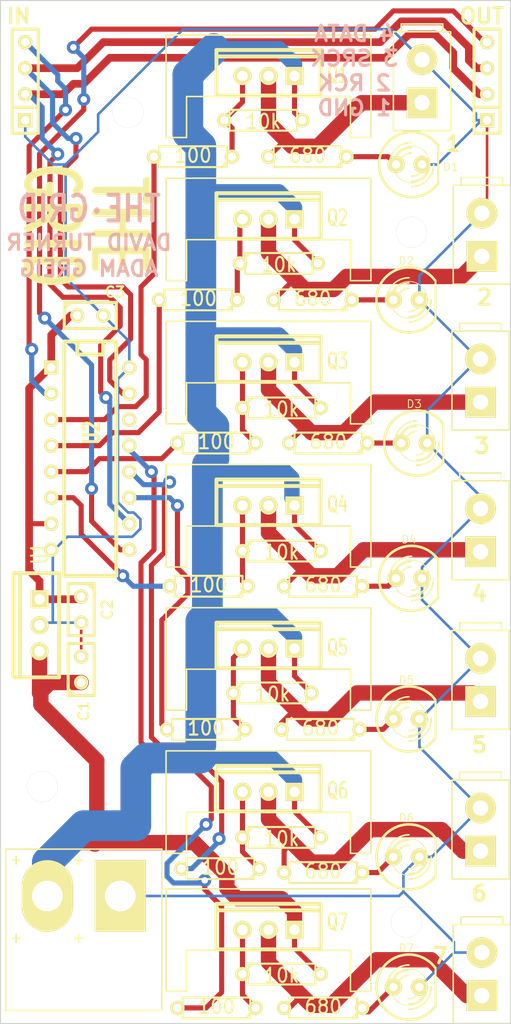
<source format=kicad_pcb>
(kicad_pcb (version 20171130) (host pcbnew "(5.1.12)-1")

  (general
    (thickness 1.6)
    (drawings 19)
    (tracks 445)
    (zones 0)
    (modules 54)
    (nets 36)
  )

  (page A4)
  (layers
    (0 F.Cu signal)
    (31 B.Cu signal)
    (32 B.Adhes user hide)
    (33 F.Adhes user hide)
    (34 B.Paste user hide)
    (35 F.Paste user hide)
    (36 B.SilkS user hide)
    (37 F.SilkS user hide)
    (38 B.Mask user)
    (39 F.Mask user hide)
    (40 Dwgs.User user)
    (41 Cmts.User user)
    (42 Eco1.User user hide)
    (43 Eco2.User user hide)
    (44 Edge.Cuts user)
  )

  (setup
    (last_trace_width 0.254)
    (user_trace_width 0.5)
    (user_trace_width 0.75)
    (user_trace_width 1.5)
    (user_trace_width 2)
    (user_trace_width 3)
    (trace_clearance 0.254)
    (zone_clearance 0.508)
    (zone_45_only no)
    (trace_min 0.254)
    (via_size 0.889)
    (via_drill 0.635)
    (via_min_size 0.889)
    (via_min_drill 0.508)
    (user_via 1.27 0.635)
    (uvia_size 0.508)
    (uvia_drill 0.127)
    (uvias_allowed no)
    (uvia_min_size 0.508)
    (uvia_min_drill 0.127)
    (edge_width 0.1)
    (segment_width 0.2)
    (pcb_text_width 0.3)
    (pcb_text_size 1.5 1.5)
    (mod_edge_width 0.15)
    (mod_text_size 1 1)
    (mod_text_width 0.15)
    (pad_size 5 7)
    (pad_drill 3)
    (pad_to_mask_clearance 0)
    (aux_axis_origin 0 0)
    (visible_elements 7FFFFFFF)
    (pcbplotparams
      (layerselection 0x010f0_80000001)
      (usegerberextensions true)
      (usegerberattributes true)
      (usegerberadvancedattributes true)
      (creategerberjobfile true)
      (excludeedgelayer true)
      (linewidth 0.100000)
      (plotframeref false)
      (viasonmask false)
      (mode 1)
      (useauxorigin false)
      (hpglpennumber 1)
      (hpglpenspeed 20)
      (hpglpendiameter 15.000000)
      (psnegative false)
      (psa4output false)
      (plotreference true)
      (plotvalue true)
      (plotinvisibletext false)
      (padsonsilk false)
      (subtractmaskfromsilk true)
      (outputformat 1)
      (mirror false)
      (drillshape 0)
      (scaleselection 1)
      (outputdirectory "/home/dwt27/git/thegrid/pcb/gerbils"))
  )

  (net 0 "")
  (net 1 "Net-(D1-Pad1)")
  (net 2 GND)
  (net 3 "Net-(D2-Pad1)")
  (net 4 "Net-(D3-Pad1)")
  (net 5 "Net-(D4-Pad1)")
  (net 6 "Net-(D5-Pad1)")
  (net 7 "Net-(D6-Pad1)")
  (net 8 "Net-(D7-Pad1)")
  (net 9 "Net-(P4-Pad1)")
  (net 10 "Net-(P5-Pad1)")
  (net 11 "Net-(P7-Pad1)")
  (net 12 "Net-(P9-Pad1)")
  (net 13 "Net-(P10-Pad1)")
  (net 14 +12V)
  (net 15 "Net-(R2-Pad2)")
  (net 16 "Net-(R8-Pad2)")
  (net 17 "Net-(R14-Pad2)")
  (net 18 +5V)
  (net 19 "Net-(Q1-Pad2)")
  (net 20 "Net-(Q2-Pad2)")
  (net 21 "Net-(Q3-Pad2)")
  (net 22 "Net-(Q4-Pad2)")
  (net 23 "Net-(Q5-Pad2)")
  (net 24 "Net-(Q6-Pad2)")
  (net 25 "Net-(Q7-Pad2)")
  (net 26 "Net-(P2-Pad2)")
  (net 27 "Net-(P6-Pad1)")
  (net 28 "Net-(P8-Pad1)")
  (net 29 "Net-(R4-Pad2)")
  (net 30 "Net-(R6-Pad2)")
  (net 31 "Net-(R10-Pad2)")
  (net 32 "Net-(R12-Pad2)")
  (net 33 "Net-(P2-Pad3)")
  (net 34 "Net-(P2-Pad4)")
  (net 35 "Net-(P3-Pad4)")

  (net_class Default "This is the default net class."
    (clearance 0.254)
    (trace_width 0.254)
    (via_dia 0.889)
    (via_drill 0.635)
    (uvia_dia 0.508)
    (uvia_drill 0.127)
    (add_net +12V)
    (add_net +5V)
    (add_net GND)
    (add_net "Net-(D1-Pad1)")
    (add_net "Net-(D2-Pad1)")
    (add_net "Net-(D3-Pad1)")
    (add_net "Net-(D4-Pad1)")
    (add_net "Net-(D5-Pad1)")
    (add_net "Net-(D6-Pad1)")
    (add_net "Net-(D7-Pad1)")
    (add_net "Net-(P10-Pad1)")
    (add_net "Net-(P2-Pad2)")
    (add_net "Net-(P2-Pad3)")
    (add_net "Net-(P2-Pad4)")
    (add_net "Net-(P3-Pad4)")
    (add_net "Net-(P4-Pad1)")
    (add_net "Net-(P5-Pad1)")
    (add_net "Net-(P6-Pad1)")
    (add_net "Net-(P7-Pad1)")
    (add_net "Net-(P8-Pad1)")
    (add_net "Net-(P9-Pad1)")
    (add_net "Net-(Q1-Pad2)")
    (add_net "Net-(Q2-Pad2)")
    (add_net "Net-(Q3-Pad2)")
    (add_net "Net-(Q4-Pad2)")
    (add_net "Net-(Q5-Pad2)")
    (add_net "Net-(Q6-Pad2)")
    (add_net "Net-(Q7-Pad2)")
    (add_net "Net-(R10-Pad2)")
    (add_net "Net-(R12-Pad2)")
    (add_net "Net-(R14-Pad2)")
    (add_net "Net-(R2-Pad2)")
    (add_net "Net-(R4-Pad2)")
    (add_net "Net-(R6-Pad2)")
    (add_net "Net-(R8-Pad2)")
  )

  (net_class 1A ""
    (clearance 0.254)
    (trace_width 1.5)
    (via_dia 0.889)
    (via_drill 0.635)
    (uvia_dia 0.508)
    (uvia_drill 0.127)
  )

  (net_class 7A ""
    (clearance 0.254)
    (trace_width 4)
    (via_dia 0.889)
    (via_drill 0.635)
    (uvia_dia 0.508)
    (uvia_drill 0.127)
  )

  (net_class Logic ""
    (clearance 0.254)
    (trace_width 0.254)
    (via_dia 0.889)
    (via_drill 0.635)
    (uvia_dia 0.508)
    (uvia_drill 0.127)
  )

  (module Sockets_DIP:DIP-16__300 (layer F.Cu) (tedit 53C30BE9) (tstamp 53BF2EF8)
    (at 130.175 63.5 270)
    (descr "16 pins DIL package, round pads")
    (tags DIL)
    (path /53BF2391)
    (fp_text reference U2 (at -2.54 -0.127 270) (layer F.SilkS)
      (effects (font (size 1.524 1.143) (thickness 0.3048)))
    )
    (fp_text value TPIC6C595 (at 2.54 1.27 270) (layer F.SilkS) hide
      (effects (font (size 1.524 1.143) (thickness 0.28575)))
    )
    (fp_line (start -11.43 -1.27) (end -11.43 -1.27) (layer F.SilkS) (width 0.381))
    (fp_line (start -11.43 -1.27) (end -10.16 -1.27) (layer F.SilkS) (width 0.381))
    (fp_line (start -10.16 -1.27) (end -10.16 1.27) (layer F.SilkS) (width 0.381))
    (fp_line (start -10.16 1.27) (end -11.43 1.27) (layer F.SilkS) (width 0.381))
    (fp_line (start -11.43 -2.54) (end 11.43 -2.54) (layer F.SilkS) (width 0.381))
    (fp_line (start 11.43 -2.54) (end 11.43 2.54) (layer F.SilkS) (width 0.381))
    (fp_line (start 11.43 2.54) (end -11.43 2.54) (layer F.SilkS) (width 0.381))
    (fp_line (start -11.43 2.54) (end -11.43 -2.54) (layer F.SilkS) (width 0.381))
    (pad 1 thru_hole rect (at -8.89 3.81 270) (size 1.397 1.397) (drill 0.8128) (layers *.Cu *.Mask F.SilkS)
      (net 18 +5V))
    (pad 2 thru_hole circle (at -6.35 3.81 270) (size 1.397 1.397) (drill 0.8128) (layers *.Cu *.Mask F.SilkS)
      (net 34 "Net-(P2-Pad4)"))
    (pad 3 thru_hole circle (at -3.81 3.81 270) (size 1.397 1.397) (drill 0.8128) (layers *.Cu *.Mask F.SilkS)
      (net 15 "Net-(R2-Pad2)"))
    (pad 4 thru_hole circle (at -1.27 3.81 270) (size 1.397 1.397) (drill 0.8128) (layers *.Cu *.Mask F.SilkS)
      (net 29 "Net-(R4-Pad2)"))
    (pad 5 thru_hole circle (at 1.27 3.81 270) (size 1.397 1.397) (drill 0.8128) (layers *.Cu *.Mask F.SilkS)
      (net 30 "Net-(R6-Pad2)"))
    (pad 6 thru_hole circle (at 3.81 3.81 270) (size 1.397 1.397) (drill 0.8128) (layers *.Cu *.Mask F.SilkS)
      (net 16 "Net-(R8-Pad2)"))
    (pad 7 thru_hole circle (at 6.35 3.81 270) (size 1.397 1.397) (drill 0.8128) (layers *.Cu *.Mask F.SilkS)
      (net 18 +5V))
    (pad 8 thru_hole circle (at 8.89 3.81 270) (size 1.397 1.397) (drill 0.8128) (layers *.Cu *.Mask F.SilkS)
      (net 2 GND))
    (pad 9 thru_hole circle (at 8.89 -3.81 270) (size 1.397 1.397) (drill 0.8128) (layers *.Cu *.Mask F.SilkS)
      (net 35 "Net-(P3-Pad4)"))
    (pad 10 thru_hole circle (at 6.35 -3.81 270) (size 1.397 1.397) (drill 0.8128) (layers *.Cu *.Mask F.SilkS)
      (net 26 "Net-(P2-Pad2)"))
    (pad 11 thru_hole circle (at 3.81 -3.81 270) (size 1.397 1.397) (drill 0.8128) (layers *.Cu *.Mask F.SilkS)
      (net 17 "Net-(R14-Pad2)"))
    (pad 12 thru_hole circle (at 1.27 -3.81 270) (size 1.397 1.397) (drill 0.8128) (layers *.Cu *.Mask F.SilkS)
      (net 31 "Net-(R10-Pad2)"))
    (pad 13 thru_hole circle (at -1.27 -3.81 270) (size 1.397 1.397) (drill 0.8128) (layers *.Cu *.Mask F.SilkS)
      (net 32 "Net-(R12-Pad2)"))
    (pad 14 thru_hole circle (at -3.81 -3.81 270) (size 1.397 1.397) (drill 0.8128) (layers *.Cu *.Mask F.SilkS))
    (pad 15 thru_hole circle (at -6.35 -3.81 270) (size 1.397 1.397) (drill 0.8128) (layers *.Cu *.Mask F.SilkS)
      (net 33 "Net-(P2-Pad3)"))
    (pad 16 thru_hole circle (at -8.89 -3.81 270) (size 1.397 1.397) (drill 0.8128) (layers *.Cu *.Mask F.SilkS)
      (net 2 GND))
    (model dil/dil_16.wrl
      (at (xyz 0 0 0))
      (scale (xyz 1 1 1))
      (rotate (xyz 0 0 0))
    )
  )

  (module Discret:TO220_VERT (layer F.Cu) (tedit 53C2A15F) (tstamp 53BF2EDC)
    (at 125.222 79.756 180)
    (descr "Regulateur TO220 serie LM78xx")
    (tags "TR TO220")
    (path /53BF2A8B)
    (fp_text reference U1 (at 0 6.985 270) (layer F.SilkS)
      (effects (font (size 1.524 1.016) (thickness 0.2032)))
    )
    (fp_text value UA7805CKCS (at 0.635 -6.35 180) (layer F.SilkS) hide
      (effects (font (size 1.524 1.016) (thickness 0.2032)))
    )
    (fp_line (start 1.905 -5.08) (end 2.54 -5.08) (layer F.SilkS) (width 0.381))
    (fp_line (start 2.54 -5.08) (end 2.54 5.08) (layer F.SilkS) (width 0.381))
    (fp_line (start 2.54 5.08) (end 1.905 5.08) (layer F.SilkS) (width 0.381))
    (fp_line (start -1.905 -5.08) (end 1.905 -5.08) (layer F.SilkS) (width 0.381))
    (fp_line (start 1.905 -5.08) (end 1.905 5.08) (layer F.SilkS) (width 0.381))
    (fp_line (start 1.905 5.08) (end -1.905 5.08) (layer F.SilkS) (width 0.381))
    (fp_line (start -1.905 5.08) (end -1.905 -5.08) (layer F.SilkS) (width 0.381))
    (pad 2 thru_hole circle (at 0 -2.54 180) (size 1.778 1.778) (drill 1.016) (layers *.Cu *.Mask F.SilkS)
      (net 14 +12V))
    (pad 3 thru_hole circle (at 0 0 180) (size 1.778 1.778) (drill 1.016) (layers *.Cu *.Mask F.SilkS)
      (net 2 GND))
    (pad 1 thru_hole rect (at 0 2.54 180) (size 1.778 1.778) (drill 1.016) (layers *.Cu *.Mask F.SilkS)
      (net 18 +5V))
  )

  (module LEDs:LED-5MM (layer F.Cu) (tedit 53C31B43) (tstamp 53BF3B0B)
    (at 161.29 34.798)
    (descr "LED 5mm - Lead pitch 100mil (2,54mm)")
    (tags "LED led 5mm 5MM 100mil 2,54mm")
    (path /53BF7A1D)
    (fp_text reference D1 (at 4.064 0.254) (layer F.SilkS)
      (effects (font (size 0.762 0.762) (thickness 0.0889)))
    )
    (fp_text value LED (at 0 3.81) (layer F.SilkS) hide
      (effects (font (size 0.762 0.762) (thickness 0.0889)))
    )
    (fp_line (start 2.8448 1.905) (end 2.8448 -1.905) (layer F.SilkS) (width 0.2032))
    (fp_circle (center 0.254 0) (end -1.016 1.27) (layer F.SilkS) (width 0.0762))
    (fp_arc (start 0.254 0) (end 2.794 1.905) (angle 286.2) (layer F.SilkS) (width 0.254))
    (fp_arc (start 0.254 0) (end -0.889 0) (angle 90) (layer F.SilkS) (width 0.1524))
    (fp_arc (start 0.254 0) (end 1.397 0) (angle 90) (layer F.SilkS) (width 0.1524))
    (fp_arc (start 0.254 0) (end -1.397 0) (angle 90) (layer F.SilkS) (width 0.1524))
    (fp_arc (start 0.254 0) (end 1.905 0) (angle 90) (layer F.SilkS) (width 0.1524))
    (fp_arc (start 0.254 0) (end -1.905 0) (angle 90) (layer F.SilkS) (width 0.1524))
    (fp_arc (start 0.254 0) (end 2.413 0) (angle 90) (layer F.SilkS) (width 0.1524))
    (pad 1 thru_hole circle (at -1.27 0) (size 1.6764 1.6764) (drill 0.8128) (layers *.Cu *.Mask F.SilkS)
      (net 1 "Net-(D1-Pad1)"))
    (pad 2 thru_hole circle (at 1.27 0) (size 1.6764 1.6764) (drill 0.8128) (layers *.Cu *.Mask F.SilkS)
      (net 2 GND))
    (model discret/leds/led5_vertical_verde.wrl
      (at (xyz 0 0 0))
      (scale (xyz 1 1 1))
      (rotate (xyz 0 0 0))
    )
  )

  (module LEDs:LED-5MM (layer F.Cu) (tedit 53C30B0A) (tstamp 53BF3B19)
    (at 161.036 48.006)
    (descr "LED 5mm - Lead pitch 100mil (2,54mm)")
    (tags "LED led 5mm 5MM 100mil 2,54mm")
    (path /53BF82A9)
    (fp_text reference D2 (at 0 -3.81) (layer F.SilkS)
      (effects (font (size 0.762 0.762) (thickness 0.0889)))
    )
    (fp_text value LED (at 0 3.81) (layer F.SilkS) hide
      (effects (font (size 0.762 0.762) (thickness 0.0889)))
    )
    (fp_line (start 2.8448 1.905) (end 2.8448 -1.905) (layer F.SilkS) (width 0.2032))
    (fp_circle (center 0.254 0) (end -1.016 1.27) (layer F.SilkS) (width 0.0762))
    (fp_arc (start 0.254 0) (end 2.794 1.905) (angle 286.2) (layer F.SilkS) (width 0.254))
    (fp_arc (start 0.254 0) (end -0.889 0) (angle 90) (layer F.SilkS) (width 0.1524))
    (fp_arc (start 0.254 0) (end 1.397 0) (angle 90) (layer F.SilkS) (width 0.1524))
    (fp_arc (start 0.254 0) (end -1.397 0) (angle 90) (layer F.SilkS) (width 0.1524))
    (fp_arc (start 0.254 0) (end 1.905 0) (angle 90) (layer F.SilkS) (width 0.1524))
    (fp_arc (start 0.254 0) (end -1.905 0) (angle 90) (layer F.SilkS) (width 0.1524))
    (fp_arc (start 0.254 0) (end 2.413 0) (angle 90) (layer F.SilkS) (width 0.1524))
    (pad 1 thru_hole circle (at -1.27 0) (size 1.6764 1.6764) (drill 0.8128) (layers *.Cu *.Mask F.SilkS)
      (net 3 "Net-(D2-Pad1)"))
    (pad 2 thru_hole circle (at 1.27 0) (size 1.6764 1.6764) (drill 0.8128) (layers *.Cu *.Mask F.SilkS)
      (net 2 GND))
    (model discret/leds/led5_vertical_verde.wrl
      (at (xyz 0 0 0))
      (scale (xyz 1 1 1))
      (rotate (xyz 0 0 0))
    )
  )

  (module LEDs:LED-5MM (layer F.Cu) (tedit 53C30B0F) (tstamp 53BF3B27)
    (at 161.798 61.976)
    (descr "LED 5mm - Lead pitch 100mil (2,54mm)")
    (tags "LED led 5mm 5MM 100mil 2,54mm")
    (path /53BF83FC)
    (fp_text reference D3 (at 0 -3.81) (layer F.SilkS)
      (effects (font (size 0.762 0.762) (thickness 0.0889)))
    )
    (fp_text value LED (at 0 3.81) (layer F.SilkS) hide
      (effects (font (size 0.762 0.762) (thickness 0.0889)))
    )
    (fp_line (start 2.8448 1.905) (end 2.8448 -1.905) (layer F.SilkS) (width 0.2032))
    (fp_circle (center 0.254 0) (end -1.016 1.27) (layer F.SilkS) (width 0.0762))
    (fp_arc (start 0.254 0) (end 2.794 1.905) (angle 286.2) (layer F.SilkS) (width 0.254))
    (fp_arc (start 0.254 0) (end -0.889 0) (angle 90) (layer F.SilkS) (width 0.1524))
    (fp_arc (start 0.254 0) (end 1.397 0) (angle 90) (layer F.SilkS) (width 0.1524))
    (fp_arc (start 0.254 0) (end -1.397 0) (angle 90) (layer F.SilkS) (width 0.1524))
    (fp_arc (start 0.254 0) (end 1.905 0) (angle 90) (layer F.SilkS) (width 0.1524))
    (fp_arc (start 0.254 0) (end -1.905 0) (angle 90) (layer F.SilkS) (width 0.1524))
    (fp_arc (start 0.254 0) (end 2.413 0) (angle 90) (layer F.SilkS) (width 0.1524))
    (pad 1 thru_hole circle (at -1.27 0) (size 1.6764 1.6764) (drill 0.8128) (layers *.Cu *.Mask F.SilkS)
      (net 4 "Net-(D3-Pad1)"))
    (pad 2 thru_hole circle (at 1.27 0) (size 1.6764 1.6764) (drill 0.8128) (layers *.Cu *.Mask F.SilkS)
      (net 2 GND))
    (model discret/leds/led5_vertical_verde.wrl
      (at (xyz 0 0 0))
      (scale (xyz 1 1 1))
      (rotate (xyz 0 0 0))
    )
  )

  (module LEDs:LED-5MM (layer F.Cu) (tedit 53C30B13) (tstamp 53BF3B35)
    (at 161.29 75.184)
    (descr "LED 5mm - Lead pitch 100mil (2,54mm)")
    (tags "LED led 5mm 5MM 100mil 2,54mm")
    (path /53BF8A06)
    (fp_text reference D4 (at 0 -3.81) (layer F.SilkS)
      (effects (font (size 0.762 0.762) (thickness 0.0889)))
    )
    (fp_text value LED (at 0 3.81) (layer F.SilkS) hide
      (effects (font (size 0.762 0.762) (thickness 0.0889)))
    )
    (fp_line (start 2.8448 1.905) (end 2.8448 -1.905) (layer F.SilkS) (width 0.2032))
    (fp_circle (center 0.254 0) (end -1.016 1.27) (layer F.SilkS) (width 0.0762))
    (fp_arc (start 0.254 0) (end 2.794 1.905) (angle 286.2) (layer F.SilkS) (width 0.254))
    (fp_arc (start 0.254 0) (end -0.889 0) (angle 90) (layer F.SilkS) (width 0.1524))
    (fp_arc (start 0.254 0) (end 1.397 0) (angle 90) (layer F.SilkS) (width 0.1524))
    (fp_arc (start 0.254 0) (end -1.397 0) (angle 90) (layer F.SilkS) (width 0.1524))
    (fp_arc (start 0.254 0) (end 1.905 0) (angle 90) (layer F.SilkS) (width 0.1524))
    (fp_arc (start 0.254 0) (end -1.905 0) (angle 90) (layer F.SilkS) (width 0.1524))
    (fp_arc (start 0.254 0) (end 2.413 0) (angle 90) (layer F.SilkS) (width 0.1524))
    (pad 1 thru_hole circle (at -1.27 0) (size 1.6764 1.6764) (drill 0.8128) (layers *.Cu *.Mask F.SilkS)
      (net 5 "Net-(D4-Pad1)"))
    (pad 2 thru_hole circle (at 1.27 0) (size 1.6764 1.6764) (drill 0.8128) (layers *.Cu *.Mask F.SilkS)
      (net 2 GND))
    (model discret/leds/led5_vertical_verde.wrl
      (at (xyz 0 0 0))
      (scale (xyz 1 1 1))
      (rotate (xyz 0 0 0))
    )
  )

  (module LEDs:LED-5MM (layer F.Cu) (tedit 53C30B17) (tstamp 53BF3B43)
    (at 161.036 88.9)
    (descr "LED 5mm - Lead pitch 100mil (2,54mm)")
    (tags "LED led 5mm 5MM 100mil 2,54mm")
    (path /53BF8B8F)
    (fp_text reference D5 (at 0 -3.81) (layer F.SilkS)
      (effects (font (size 0.762 0.762) (thickness 0.0889)))
    )
    (fp_text value LED (at 0 3.81) (layer F.SilkS) hide
      (effects (font (size 0.762 0.762) (thickness 0.0889)))
    )
    (fp_line (start 2.8448 1.905) (end 2.8448 -1.905) (layer F.SilkS) (width 0.2032))
    (fp_circle (center 0.254 0) (end -1.016 1.27) (layer F.SilkS) (width 0.0762))
    (fp_arc (start 0.254 0) (end 2.794 1.905) (angle 286.2) (layer F.SilkS) (width 0.254))
    (fp_arc (start 0.254 0) (end -0.889 0) (angle 90) (layer F.SilkS) (width 0.1524))
    (fp_arc (start 0.254 0) (end 1.397 0) (angle 90) (layer F.SilkS) (width 0.1524))
    (fp_arc (start 0.254 0) (end -1.397 0) (angle 90) (layer F.SilkS) (width 0.1524))
    (fp_arc (start 0.254 0) (end 1.905 0) (angle 90) (layer F.SilkS) (width 0.1524))
    (fp_arc (start 0.254 0) (end -1.905 0) (angle 90) (layer F.SilkS) (width 0.1524))
    (fp_arc (start 0.254 0) (end 2.413 0) (angle 90) (layer F.SilkS) (width 0.1524))
    (pad 1 thru_hole circle (at -1.27 0) (size 1.6764 1.6764) (drill 0.8128) (layers *.Cu *.Mask F.SilkS)
      (net 6 "Net-(D5-Pad1)"))
    (pad 2 thru_hole circle (at 1.27 0) (size 1.6764 1.6764) (drill 0.8128) (layers *.Cu *.Mask F.SilkS)
      (net 2 GND))
    (model discret/leds/led5_vertical_verde.wrl
      (at (xyz 0 0 0))
      (scale (xyz 1 1 1))
      (rotate (xyz 0 0 0))
    )
  )

  (module LEDs:LED-5MM (layer F.Cu) (tedit 53C30B1B) (tstamp 53BF3B51)
    (at 161.036 102.362)
    (descr "LED 5mm - Lead pitch 100mil (2,54mm)")
    (tags "LED led 5mm 5MM 100mil 2,54mm")
    (path /53BF8E2E)
    (fp_text reference D6 (at 0 -3.81) (layer F.SilkS)
      (effects (font (size 0.762 0.762) (thickness 0.0889)))
    )
    (fp_text value LED (at 0 3.81) (layer F.SilkS) hide
      (effects (font (size 0.762 0.762) (thickness 0.0889)))
    )
    (fp_line (start 2.8448 1.905) (end 2.8448 -1.905) (layer F.SilkS) (width 0.2032))
    (fp_circle (center 0.254 0) (end -1.016 1.27) (layer F.SilkS) (width 0.0762))
    (fp_arc (start 0.254 0) (end 2.794 1.905) (angle 286.2) (layer F.SilkS) (width 0.254))
    (fp_arc (start 0.254 0) (end -0.889 0) (angle 90) (layer F.SilkS) (width 0.1524))
    (fp_arc (start 0.254 0) (end 1.397 0) (angle 90) (layer F.SilkS) (width 0.1524))
    (fp_arc (start 0.254 0) (end -1.397 0) (angle 90) (layer F.SilkS) (width 0.1524))
    (fp_arc (start 0.254 0) (end 1.905 0) (angle 90) (layer F.SilkS) (width 0.1524))
    (fp_arc (start 0.254 0) (end -1.905 0) (angle 90) (layer F.SilkS) (width 0.1524))
    (fp_arc (start 0.254 0) (end 2.413 0) (angle 90) (layer F.SilkS) (width 0.1524))
    (pad 1 thru_hole circle (at -1.27 0) (size 1.6764 1.6764) (drill 0.8128) (layers *.Cu *.Mask F.SilkS)
      (net 7 "Net-(D6-Pad1)"))
    (pad 2 thru_hole circle (at 1.27 0) (size 1.6764 1.6764) (drill 0.8128) (layers *.Cu *.Mask F.SilkS)
      (net 2 GND))
    (model discret/leds/led5_vertical_verde.wrl
      (at (xyz 0 0 0))
      (scale (xyz 1 1 1))
      (rotate (xyz 0 0 0))
    )
  )

  (module LEDs:LED-5MM (layer F.Cu) (tedit 53C30B1F) (tstamp 53BF3B5F)
    (at 161.036 115.062)
    (descr "LED 5mm - Lead pitch 100mil (2,54mm)")
    (tags "LED led 5mm 5MM 100mil 2,54mm")
    (path /53BF9022)
    (fp_text reference D7 (at 0 -3.81) (layer F.SilkS)
      (effects (font (size 0.762 0.762) (thickness 0.0889)))
    )
    (fp_text value LED (at 0 3.81) (layer F.SilkS) hide
      (effects (font (size 0.762 0.762) (thickness 0.0889)))
    )
    (fp_line (start 2.8448 1.905) (end 2.8448 -1.905) (layer F.SilkS) (width 0.2032))
    (fp_circle (center 0.254 0) (end -1.016 1.27) (layer F.SilkS) (width 0.0762))
    (fp_arc (start 0.254 0) (end 2.794 1.905) (angle 286.2) (layer F.SilkS) (width 0.254))
    (fp_arc (start 0.254 0) (end -0.889 0) (angle 90) (layer F.SilkS) (width 0.1524))
    (fp_arc (start 0.254 0) (end 1.397 0) (angle 90) (layer F.SilkS) (width 0.1524))
    (fp_arc (start 0.254 0) (end -1.397 0) (angle 90) (layer F.SilkS) (width 0.1524))
    (fp_arc (start 0.254 0) (end 1.905 0) (angle 90) (layer F.SilkS) (width 0.1524))
    (fp_arc (start 0.254 0) (end -1.905 0) (angle 90) (layer F.SilkS) (width 0.1524))
    (fp_arc (start 0.254 0) (end 2.413 0) (angle 90) (layer F.SilkS) (width 0.1524))
    (pad 1 thru_hole circle (at -1.27 0) (size 1.6764 1.6764) (drill 0.8128) (layers *.Cu *.Mask F.SilkS)
      (net 8 "Net-(D7-Pad1)"))
    (pad 2 thru_hole circle (at 1.27 0) (size 1.6764 1.6764) (drill 0.8128) (layers *.Cu *.Mask F.SilkS)
      (net 2 GND))
    (model discret/leds/led5_vertical_verde.wrl
      (at (xyz 0 0 0))
      (scale (xyz 1 1 1))
      (rotate (xyz 0 0 0))
    )
  )

  (module Discret:C1 (layer F.Cu) (tedit 53C30BF1) (tstamp 53C31426)
    (at 129.286 84.074 90)
    (descr "Condensateur e = 1 pas")
    (tags C)
    (path /53C17CB1)
    (fp_text reference C1 (at -4.064 0.254 90) (layer F.SilkS)
      (effects (font (size 1.016 1.016) (thickness 0.2032)))
    )
    (fp_text value .33u (at 0 -2.286 90) (layer F.SilkS) hide
      (effects (font (size 1.016 1.016) (thickness 0.2032)))
    )
    (fp_line (start -2.4892 -1.27) (end 2.54 -1.27) (layer F.SilkS) (width 0.3048))
    (fp_line (start 2.54 -1.27) (end 2.54 1.27) (layer F.SilkS) (width 0.3048))
    (fp_line (start 2.54 1.27) (end -2.54 1.27) (layer F.SilkS) (width 0.3048))
    (fp_line (start -2.54 1.27) (end -2.54 -1.27) (layer F.SilkS) (width 0.3048))
    (fp_line (start -2.54 -0.635) (end -1.905 -1.27) (layer F.SilkS) (width 0.3048))
    (pad 1 thru_hole circle (at -1.27 0 90) (size 1.397 1.397) (drill 0.8128) (layers *.Cu *.Mask F.SilkS)
      (net 14 +12V))
    (pad 2 thru_hole circle (at 1.27 0 90) (size 1.397 1.397) (drill 0.8128) (layers *.Cu *.Mask F.SilkS)
      (net 2 GND))
    (model discret/capa_1_pas.wrl
      (at (xyz 0 0 0))
      (scale (xyz 1 1 1))
      (rotate (xyz 0 0 0))
    )
  )

  (module Discret:C1 (layer F.Cu) (tedit 53C31B39) (tstamp 53C3141A)
    (at 129.286 78.232 270)
    (descr "Condensateur e = 1 pas")
    (tags C)
    (path /53C175F4)
    (fp_text reference C2 (at 0 -2.54 270) (layer F.SilkS)
      (effects (font (size 1.016 1.016) (thickness 0.2032)))
    )
    (fp_text value .1u (at 0 -2.286 270) (layer F.SilkS) hide
      (effects (font (size 1.016 1.016) (thickness 0.2032)))
    )
    (fp_line (start -2.4892 -1.27) (end 2.54 -1.27) (layer F.SilkS) (width 0.3048))
    (fp_line (start 2.54 -1.27) (end 2.54 1.27) (layer F.SilkS) (width 0.3048))
    (fp_line (start 2.54 1.27) (end -2.54 1.27) (layer F.SilkS) (width 0.3048))
    (fp_line (start -2.54 1.27) (end -2.54 -1.27) (layer F.SilkS) (width 0.3048))
    (fp_line (start -2.54 -0.635) (end -1.905 -1.27) (layer F.SilkS) (width 0.3048))
    (pad 1 thru_hole circle (at -1.27 0 270) (size 1.397 1.397) (drill 0.8128) (layers *.Cu *.Mask F.SilkS)
      (net 18 +5V))
    (pad 2 thru_hole circle (at 1.27 0 270) (size 1.397 1.397) (drill 0.8128) (layers *.Cu *.Mask F.SilkS)
      (net 2 GND))
    (model discret/capa_1_pas.wrl
      (at (xyz 0 0 0))
      (scale (xyz 1 1 1))
      (rotate (xyz 0 0 0))
    )
  )

  (module Discret:C1 (layer F.Cu) (tedit 53C31B78) (tstamp 53C1796B)
    (at 130.175 49.53)
    (descr "Condensateur e = 1 pas")
    (tags C)
    (path /53C19BA5)
    (fp_text reference C3 (at 2.413 -2.286) (layer F.SilkS)
      (effects (font (size 1.016 1.016) (thickness 0.2032)))
    )
    (fp_text value 100n (at 0 -2.286) (layer F.SilkS) hide
      (effects (font (size 1.016 1.016) (thickness 0.2032)))
    )
    (fp_line (start -2.4892 -1.27) (end 2.54 -1.27) (layer F.SilkS) (width 0.3048))
    (fp_line (start 2.54 -1.27) (end 2.54 1.27) (layer F.SilkS) (width 0.3048))
    (fp_line (start 2.54 1.27) (end -2.54 1.27) (layer F.SilkS) (width 0.3048))
    (fp_line (start -2.54 1.27) (end -2.54 -1.27) (layer F.SilkS) (width 0.3048))
    (fp_line (start -2.54 -0.635) (end -1.905 -1.27) (layer F.SilkS) (width 0.3048))
    (pad 1 thru_hole circle (at -1.27 0) (size 1.397 1.397) (drill 0.8128) (layers *.Cu *.Mask F.SilkS)
      (net 18 +5V))
    (pad 2 thru_hole circle (at 1.27 0) (size 1.397 1.397) (drill 0.8128) (layers *.Cu *.Mask F.SilkS)
      (net 2 GND))
    (model discret/capa_1_pas.wrl
      (at (xyz 0 0 0))
      (scale (xyz 1 1 1))
      (rotate (xyz 0 0 0))
    )
  )

  (module solder_pad:SIL-2 (layer F.Cu) (tedit 53C16D8F) (tstamp 53C17C47)
    (at 129.54 107.188 180)
    (descr "Connecteurs 2 pins")
    (tags "CONN DEV")
    (path /53BF2404)
    (fp_text reference P1 (at 9.652 1.524 180) (layer F.SilkS) hide
      (effects (font (size 1.72974 1.08712) (thickness 0.27178)))
    )
    (fp_text value POWER (at 11.176 -1.524 180) (layer F.SilkS) hide
      (effects (font (size 1.524 1.016) (thickness 0.3048)))
    )
    (fp_line (start 7.62 5.588) (end 7.62 -10.16) (layer F.SilkS) (width 0.15))
    (fp_line (start 7.62 -10.16) (end -7.62 -10.16) (layer F.SilkS) (width 0.15))
    (fp_line (start -7.62 -10.16) (end -7.62 5.588) (layer F.SilkS) (width 0.15))
    (fp_line (start -7.62 5.588) (end 7.62 5.588) (layer F.SilkS) (width 0.15))
    (fp_text user + (at 0.508 -3.048 180) (layer F.SilkS)
      (effects (font (size 1 1) (thickness 0.15)))
    )
    (fp_text user + (at 6.604 -3.048 180) (layer F.SilkS)
      (effects (font (size 1 1) (thickness 0.15)))
    )
    (fp_text user + (at 0.508 4.572 180) (layer F.SilkS)
      (effects (font (size 1 1) (thickness 0.15)))
    )
    (fp_text user + (at 6.604 4.572 180) (layer F.SilkS)
      (effects (font (size 1 1) (thickness 0.15)))
    )
    (pad 1 thru_hole rect (at -3.556 1.016 180) (size 5 7) (drill 3) (layers *.Cu *.Mask F.SilkS)
      (net 2 GND))
    (pad 2 thru_hole oval (at 3.556 1.016 180) (size 5 7) (drill 3) (layers *.Cu *.Mask F.SilkS)
      (net 14 +12V))
    (pad "" np_thru_hole circle (at -4.064 -6.604 180) (size 5 5) (drill 5) (layers *.Cu *.Mask F.SilkS))
    (pad "" np_thru_hole circle (at 4.064 -6.604 180) (size 5 5) (drill 5) (layers *.Cu *.Mask F.SilkS))
  )

  (module Connect:SIL-4 (layer F.Cu) (tedit 53C310D4) (tstamp 53C17C56)
    (at 123.825 26.67 90)
    (descr "Connecteur 4 pibs")
    (tags "CONN DEV")
    (path /53BF435F)
    (fp_text reference P2 (at 6.35 0 90) (layer F.SilkS) hide
      (effects (font (size 1.73482 1.08712) (thickness 0.27178)))
    )
    (fp_text value SHIFT_IN (at 0 -2.54 90) (layer F.SilkS) hide
      (effects (font (size 1.524 1.016) (thickness 0.3048)))
    )
    (fp_line (start -5.08 -1.27) (end -5.08 -1.27) (layer F.SilkS) (width 0.3048))
    (fp_line (start -5.08 1.27) (end -5.08 -1.27) (layer F.SilkS) (width 0.3048))
    (fp_line (start -5.08 -1.27) (end -5.08 -1.27) (layer F.SilkS) (width 0.3048))
    (fp_line (start -5.08 -1.27) (end 5.08 -1.27) (layer F.SilkS) (width 0.3048))
    (fp_line (start 5.08 -1.27) (end 5.08 1.27) (layer F.SilkS) (width 0.3048))
    (fp_line (start 5.08 1.27) (end -5.08 1.27) (layer F.SilkS) (width 0.3048))
    (fp_line (start -2.54 1.27) (end -2.54 -1.27) (layer F.SilkS) (width 0.3048))
    (pad 1 thru_hole rect (at -3.81 0 90) (size 1.397 1.397) (drill 0.8128) (layers *.Cu *.Mask F.SilkS)
      (net 2 GND))
    (pad 2 thru_hole circle (at -1.27 0 90) (size 1.397 1.397) (drill 0.8128) (layers *.Cu *.Mask F.SilkS)
      (net 26 "Net-(P2-Pad2)"))
    (pad 3 thru_hole circle (at 1.27 0 90) (size 1.397 1.397) (drill 0.8128) (layers *.Cu *.Mask F.SilkS)
      (net 33 "Net-(P2-Pad3)"))
    (pad 4 thru_hole circle (at 3.81 0 90) (size 1.397 1.397) (drill 0.8128) (layers *.Cu *.Mask F.SilkS)
      (net 34 "Net-(P2-Pad4)"))
  )

  (module Connect:SIL-4 (layer F.Cu) (tedit 53C310DC) (tstamp 53C17C64)
    (at 168.91 26.67 90)
    (descr "Connecteur 4 pibs")
    (tags "CONN DEV")
    (path /53BF6222)
    (fp_text reference P3 (at 6.604 0 90) (layer F.SilkS) hide
      (effects (font (size 1.73482 1.08712) (thickness 0.27178)))
    )
    (fp_text value SHIFT_OUT (at 0 -2.54 90) (layer F.SilkS) hide
      (effects (font (size 1.524 1.016) (thickness 0.3048)))
    )
    (fp_line (start -5.08 -1.27) (end -5.08 -1.27) (layer F.SilkS) (width 0.3048))
    (fp_line (start -5.08 1.27) (end -5.08 -1.27) (layer F.SilkS) (width 0.3048))
    (fp_line (start -5.08 -1.27) (end -5.08 -1.27) (layer F.SilkS) (width 0.3048))
    (fp_line (start -5.08 -1.27) (end 5.08 -1.27) (layer F.SilkS) (width 0.3048))
    (fp_line (start 5.08 -1.27) (end 5.08 1.27) (layer F.SilkS) (width 0.3048))
    (fp_line (start 5.08 1.27) (end -5.08 1.27) (layer F.SilkS) (width 0.3048))
    (fp_line (start -2.54 1.27) (end -2.54 -1.27) (layer F.SilkS) (width 0.3048))
    (pad 1 thru_hole rect (at -3.81 0 90) (size 1.397 1.397) (drill 0.8128) (layers *.Cu *.Mask F.SilkS)
      (net 2 GND))
    (pad 2 thru_hole circle (at -1.27 0 90) (size 1.397 1.397) (drill 0.8128) (layers *.Cu *.Mask F.SilkS)
      (net 26 "Net-(P2-Pad2)"))
    (pad 3 thru_hole circle (at 1.27 0 90) (size 1.397 1.397) (drill 0.8128) (layers *.Cu *.Mask F.SilkS)
      (net 33 "Net-(P2-Pad3)"))
    (pad 4 thru_hole circle (at 3.81 0 90) (size 1.397 1.397) (drill 0.8128) (layers *.Cu *.Mask F.SilkS)
      (net 35 "Net-(P3-Pad4)"))
  )

  (module TO220_hs:TO220_VERT (layer F.Cu) (tedit 53C2A135) (tstamp 53C182B9)
    (at 147.574 26.162 90)
    (descr "Regulateur TO220 serie LM78xx")
    (tags "TR TO220")
    (path /53BFBE69)
    (fp_text reference Q1 (at 0.127 6.731 180) (layer F.SilkS)
      (effects (font (size 1.524 1.016) (thickness 0.2032)))
    )
    (fp_text value FQP7P06 (at 0.635 -6.35 90) (layer F.SilkS) hide
      (effects (font (size 1.524 1.016) (thickness 0.2032)))
    )
    (fp_line (start -6 -10) (end -6 -8) (layer F.SilkS) (width 0.15))
    (fp_line (start -6 -8) (end -2 -8) (layer F.SilkS) (width 0.15))
    (fp_line (start -2 -8) (end -2 8) (layer F.SilkS) (width 0.15))
    (fp_line (start -2 8) (end -6 8) (layer F.SilkS) (width 0.15))
    (fp_line (start -6 8) (end -6 10) (layer F.SilkS) (width 0.15))
    (fp_line (start 4 0) (end 4 -10) (layer F.SilkS) (width 0.15))
    (fp_line (start 4 -10) (end -6 -10) (layer F.SilkS) (width 0.15))
    (fp_line (start -6 10) (end 4 10) (layer F.SilkS) (width 0.15))
    (fp_line (start 4 10) (end 4 0) (layer F.SilkS) (width 0.15))
    (fp_line (start 1.905 -5.08) (end 2.54 -5.08) (layer F.SilkS) (width 0.381))
    (fp_line (start 2.54 -5.08) (end 2.54 5.08) (layer F.SilkS) (width 0.381))
    (fp_line (start 2.54 5.08) (end 1.905 5.08) (layer F.SilkS) (width 0.381))
    (fp_line (start -1.905 -5.08) (end 1.905 -5.08) (layer F.SilkS) (width 0.381))
    (fp_line (start 1.905 -5.08) (end 1.905 5.08) (layer F.SilkS) (width 0.381))
    (fp_line (start 1.905 5.08) (end -1.905 5.08) (layer F.SilkS) (width 0.381))
    (fp_line (start -1.905 5.08) (end -1.905 -5.08) (layer F.SilkS) (width 0.381))
    (pad 2 thru_hole circle (at 0 -2.54 90) (size 1.778 1.778) (drill 1.016) (layers *.Cu *.Mask F.SilkS)
      (net 19 "Net-(Q1-Pad2)"))
    (pad 3 thru_hole circle (at 0 0 90) (size 1.778 1.778) (drill 1.016) (layers *.Cu *.Mask F.SilkS)
      (net 9 "Net-(P4-Pad1)"))
    (pad 1 thru_hole rect (at 0 2.54 90) (size 1.778 1.778) (drill 1.016) (layers *.Cu *.Mask F.SilkS)
      (net 14 +12V))
  )

  (module TO220_hs:TO220_VERT (layer F.Cu) (tedit 53C2A131) (tstamp 53C182CF)
    (at 147.574 40.132 90)
    (descr "Regulateur TO220 serie LM78xx")
    (tags "TR TO220")
    (path /53BFBFEF)
    (fp_text reference Q2 (at 0.127 6.731 180) (layer F.SilkS)
      (effects (font (size 1.524 1.016) (thickness 0.2032)))
    )
    (fp_text value FQP7P06 (at 0.635 -6.35 90) (layer F.SilkS) hide
      (effects (font (size 1.524 1.016) (thickness 0.2032)))
    )
    (fp_line (start -6 -10) (end -6 -8) (layer F.SilkS) (width 0.15))
    (fp_line (start -6 -8) (end -2 -8) (layer F.SilkS) (width 0.15))
    (fp_line (start -2 -8) (end -2 8) (layer F.SilkS) (width 0.15))
    (fp_line (start -2 8) (end -6 8) (layer F.SilkS) (width 0.15))
    (fp_line (start -6 8) (end -6 10) (layer F.SilkS) (width 0.15))
    (fp_line (start 4 0) (end 4 -10) (layer F.SilkS) (width 0.15))
    (fp_line (start 4 -10) (end -6 -10) (layer F.SilkS) (width 0.15))
    (fp_line (start -6 10) (end 4 10) (layer F.SilkS) (width 0.15))
    (fp_line (start 4 10) (end 4 0) (layer F.SilkS) (width 0.15))
    (fp_line (start 1.905 -5.08) (end 2.54 -5.08) (layer F.SilkS) (width 0.381))
    (fp_line (start 2.54 -5.08) (end 2.54 5.08) (layer F.SilkS) (width 0.381))
    (fp_line (start 2.54 5.08) (end 1.905 5.08) (layer F.SilkS) (width 0.381))
    (fp_line (start -1.905 -5.08) (end 1.905 -5.08) (layer F.SilkS) (width 0.381))
    (fp_line (start 1.905 -5.08) (end 1.905 5.08) (layer F.SilkS) (width 0.381))
    (fp_line (start 1.905 5.08) (end -1.905 5.08) (layer F.SilkS) (width 0.381))
    (fp_line (start -1.905 5.08) (end -1.905 -5.08) (layer F.SilkS) (width 0.381))
    (pad 2 thru_hole circle (at 0 -2.54 90) (size 1.778 1.778) (drill 1.016) (layers *.Cu *.Mask F.SilkS)
      (net 20 "Net-(Q2-Pad2)"))
    (pad 3 thru_hole circle (at 0 0 90) (size 1.778 1.778) (drill 1.016) (layers *.Cu *.Mask F.SilkS)
      (net 10 "Net-(P5-Pad1)"))
    (pad 1 thru_hole rect (at 0 2.54 90) (size 1.778 1.778) (drill 1.016) (layers *.Cu *.Mask F.SilkS)
      (net 14 +12V))
  )

  (module TO220_hs:TO220_VERT (layer F.Cu) (tedit 53C2A12D) (tstamp 53C182E5)
    (at 147.574 54.102 90)
    (descr "Regulateur TO220 serie LM78xx")
    (tags "TR TO220")
    (path /53BFC074)
    (fp_text reference Q3 (at 0.127 6.731 180) (layer F.SilkS)
      (effects (font (size 1.524 1.016) (thickness 0.2032)))
    )
    (fp_text value FQP7P06 (at 0.635 -6.35 90) (layer F.SilkS) hide
      (effects (font (size 1.524 1.016) (thickness 0.2032)))
    )
    (fp_line (start -6 -10) (end -6 -8) (layer F.SilkS) (width 0.15))
    (fp_line (start -6 -8) (end -2 -8) (layer F.SilkS) (width 0.15))
    (fp_line (start -2 -8) (end -2 8) (layer F.SilkS) (width 0.15))
    (fp_line (start -2 8) (end -6 8) (layer F.SilkS) (width 0.15))
    (fp_line (start -6 8) (end -6 10) (layer F.SilkS) (width 0.15))
    (fp_line (start 4 0) (end 4 -10) (layer F.SilkS) (width 0.15))
    (fp_line (start 4 -10) (end -6 -10) (layer F.SilkS) (width 0.15))
    (fp_line (start -6 10) (end 4 10) (layer F.SilkS) (width 0.15))
    (fp_line (start 4 10) (end 4 0) (layer F.SilkS) (width 0.15))
    (fp_line (start 1.905 -5.08) (end 2.54 -5.08) (layer F.SilkS) (width 0.381))
    (fp_line (start 2.54 -5.08) (end 2.54 5.08) (layer F.SilkS) (width 0.381))
    (fp_line (start 2.54 5.08) (end 1.905 5.08) (layer F.SilkS) (width 0.381))
    (fp_line (start -1.905 -5.08) (end 1.905 -5.08) (layer F.SilkS) (width 0.381))
    (fp_line (start 1.905 -5.08) (end 1.905 5.08) (layer F.SilkS) (width 0.381))
    (fp_line (start 1.905 5.08) (end -1.905 5.08) (layer F.SilkS) (width 0.381))
    (fp_line (start -1.905 5.08) (end -1.905 -5.08) (layer F.SilkS) (width 0.381))
    (pad 2 thru_hole circle (at 0 -2.54 90) (size 1.778 1.778) (drill 1.016) (layers *.Cu *.Mask F.SilkS)
      (net 21 "Net-(Q3-Pad2)"))
    (pad 3 thru_hole circle (at 0 0 90) (size 1.778 1.778) (drill 1.016) (layers *.Cu *.Mask F.SilkS)
      (net 27 "Net-(P6-Pad1)"))
    (pad 1 thru_hole rect (at 0 2.54 90) (size 1.778 1.778) (drill 1.016) (layers *.Cu *.Mask F.SilkS)
      (net 14 +12V))
  )

  (module TO220_hs:TO220_VERT (layer F.Cu) (tedit 53C2A12A) (tstamp 53C182FB)
    (at 147.574 68.072 90)
    (descr "Regulateur TO220 serie LM78xx")
    (tags "TR TO220")
    (path /53BFC134)
    (fp_text reference Q4 (at 0.127 6.731 180) (layer F.SilkS)
      (effects (font (size 1.524 1.016) (thickness 0.2032)))
    )
    (fp_text value FQP7P06 (at 0.635 -6.35 90) (layer F.SilkS) hide
      (effects (font (size 1.524 1.016) (thickness 0.2032)))
    )
    (fp_line (start -6 -10) (end -6 -8) (layer F.SilkS) (width 0.15))
    (fp_line (start -6 -8) (end -2 -8) (layer F.SilkS) (width 0.15))
    (fp_line (start -2 -8) (end -2 8) (layer F.SilkS) (width 0.15))
    (fp_line (start -2 8) (end -6 8) (layer F.SilkS) (width 0.15))
    (fp_line (start -6 8) (end -6 10) (layer F.SilkS) (width 0.15))
    (fp_line (start 4 0) (end 4 -10) (layer F.SilkS) (width 0.15))
    (fp_line (start 4 -10) (end -6 -10) (layer F.SilkS) (width 0.15))
    (fp_line (start -6 10) (end 4 10) (layer F.SilkS) (width 0.15))
    (fp_line (start 4 10) (end 4 0) (layer F.SilkS) (width 0.15))
    (fp_line (start 1.905 -5.08) (end 2.54 -5.08) (layer F.SilkS) (width 0.381))
    (fp_line (start 2.54 -5.08) (end 2.54 5.08) (layer F.SilkS) (width 0.381))
    (fp_line (start 2.54 5.08) (end 1.905 5.08) (layer F.SilkS) (width 0.381))
    (fp_line (start -1.905 -5.08) (end 1.905 -5.08) (layer F.SilkS) (width 0.381))
    (fp_line (start 1.905 -5.08) (end 1.905 5.08) (layer F.SilkS) (width 0.381))
    (fp_line (start 1.905 5.08) (end -1.905 5.08) (layer F.SilkS) (width 0.381))
    (fp_line (start -1.905 5.08) (end -1.905 -5.08) (layer F.SilkS) (width 0.381))
    (pad 2 thru_hole circle (at 0 -2.54 90) (size 1.778 1.778) (drill 1.016) (layers *.Cu *.Mask F.SilkS)
      (net 22 "Net-(Q4-Pad2)"))
    (pad 3 thru_hole circle (at 0 0 90) (size 1.778 1.778) (drill 1.016) (layers *.Cu *.Mask F.SilkS)
      (net 11 "Net-(P7-Pad1)"))
    (pad 1 thru_hole rect (at 0 2.54 90) (size 1.778 1.778) (drill 1.016) (layers *.Cu *.Mask F.SilkS)
      (net 14 +12V))
  )

  (module TO220_hs:TO220_VERT (layer F.Cu) (tedit 53C2A126) (tstamp 53C18311)
    (at 147.574 82.042 90)
    (descr "Regulateur TO220 serie LM78xx")
    (tags "TR TO220")
    (path /53BFC18F)
    (fp_text reference Q5 (at 0.127 6.731 180) (layer F.SilkS)
      (effects (font (size 1.524 1.016) (thickness 0.2032)))
    )
    (fp_text value FQP7P06 (at 0.635 -6.35 90) (layer F.SilkS) hide
      (effects (font (size 1.524 1.016) (thickness 0.2032)))
    )
    (fp_line (start -6 -10) (end -6 -8) (layer F.SilkS) (width 0.15))
    (fp_line (start -6 -8) (end -2 -8) (layer F.SilkS) (width 0.15))
    (fp_line (start -2 -8) (end -2 8) (layer F.SilkS) (width 0.15))
    (fp_line (start -2 8) (end -6 8) (layer F.SilkS) (width 0.15))
    (fp_line (start -6 8) (end -6 10) (layer F.SilkS) (width 0.15))
    (fp_line (start 4 0) (end 4 -10) (layer F.SilkS) (width 0.15))
    (fp_line (start 4 -10) (end -6 -10) (layer F.SilkS) (width 0.15))
    (fp_line (start -6 10) (end 4 10) (layer F.SilkS) (width 0.15))
    (fp_line (start 4 10) (end 4 0) (layer F.SilkS) (width 0.15))
    (fp_line (start 1.905 -5.08) (end 2.54 -5.08) (layer F.SilkS) (width 0.381))
    (fp_line (start 2.54 -5.08) (end 2.54 5.08) (layer F.SilkS) (width 0.381))
    (fp_line (start 2.54 5.08) (end 1.905 5.08) (layer F.SilkS) (width 0.381))
    (fp_line (start -1.905 -5.08) (end 1.905 -5.08) (layer F.SilkS) (width 0.381))
    (fp_line (start 1.905 -5.08) (end 1.905 5.08) (layer F.SilkS) (width 0.381))
    (fp_line (start 1.905 5.08) (end -1.905 5.08) (layer F.SilkS) (width 0.381))
    (fp_line (start -1.905 5.08) (end -1.905 -5.08) (layer F.SilkS) (width 0.381))
    (pad 2 thru_hole circle (at 0 -2.54 90) (size 1.778 1.778) (drill 1.016) (layers *.Cu *.Mask F.SilkS)
      (net 23 "Net-(Q5-Pad2)"))
    (pad 3 thru_hole circle (at 0 0 90) (size 1.778 1.778) (drill 1.016) (layers *.Cu *.Mask F.SilkS)
      (net 28 "Net-(P8-Pad1)"))
    (pad 1 thru_hole rect (at 0 2.54 90) (size 1.778 1.778) (drill 1.016) (layers *.Cu *.Mask F.SilkS)
      (net 14 +12V))
  )

  (module TO220_hs:TO220_VERT (layer F.Cu) (tedit 53C2A123) (tstamp 53C18327)
    (at 147.574 96.012 90)
    (descr "Regulateur TO220 serie LM78xx")
    (tags "TR TO220")
    (path /53BFC223)
    (fp_text reference Q6 (at 0.127 6.731 180) (layer F.SilkS)
      (effects (font (size 1.524 1.016) (thickness 0.2032)))
    )
    (fp_text value FQP7P06 (at 0.635 -6.35 90) (layer F.SilkS) hide
      (effects (font (size 1.524 1.016) (thickness 0.2032)))
    )
    (fp_line (start -6 -10) (end -6 -8) (layer F.SilkS) (width 0.15))
    (fp_line (start -6 -8) (end -2 -8) (layer F.SilkS) (width 0.15))
    (fp_line (start -2 -8) (end -2 8) (layer F.SilkS) (width 0.15))
    (fp_line (start -2 8) (end -6 8) (layer F.SilkS) (width 0.15))
    (fp_line (start -6 8) (end -6 10) (layer F.SilkS) (width 0.15))
    (fp_line (start 4 0) (end 4 -10) (layer F.SilkS) (width 0.15))
    (fp_line (start 4 -10) (end -6 -10) (layer F.SilkS) (width 0.15))
    (fp_line (start -6 10) (end 4 10) (layer F.SilkS) (width 0.15))
    (fp_line (start 4 10) (end 4 0) (layer F.SilkS) (width 0.15))
    (fp_line (start 1.905 -5.08) (end 2.54 -5.08) (layer F.SilkS) (width 0.381))
    (fp_line (start 2.54 -5.08) (end 2.54 5.08) (layer F.SilkS) (width 0.381))
    (fp_line (start 2.54 5.08) (end 1.905 5.08) (layer F.SilkS) (width 0.381))
    (fp_line (start -1.905 -5.08) (end 1.905 -5.08) (layer F.SilkS) (width 0.381))
    (fp_line (start 1.905 -5.08) (end 1.905 5.08) (layer F.SilkS) (width 0.381))
    (fp_line (start 1.905 5.08) (end -1.905 5.08) (layer F.SilkS) (width 0.381))
    (fp_line (start -1.905 5.08) (end -1.905 -5.08) (layer F.SilkS) (width 0.381))
    (pad 2 thru_hole circle (at 0 -2.54 90) (size 1.778 1.778) (drill 1.016) (layers *.Cu *.Mask F.SilkS)
      (net 24 "Net-(Q6-Pad2)"))
    (pad 3 thru_hole circle (at 0 0 90) (size 1.778 1.778) (drill 1.016) (layers *.Cu *.Mask F.SilkS)
      (net 12 "Net-(P9-Pad1)"))
    (pad 1 thru_hole rect (at 0 2.54 90) (size 1.778 1.778) (drill 1.016) (layers *.Cu *.Mask F.SilkS)
      (net 14 +12V))
  )

  (module TO220_hs:TO220_VERT (layer F.Cu) (tedit 53C2A11E) (tstamp 53C1833D)
    (at 147.574 109.474 90)
    (descr "Regulateur TO220 serie LM78xx")
    (tags "TR TO220")
    (path /53BFC2EB)
    (fp_text reference Q7 (at 0.762 6.731 180) (layer F.SilkS)
      (effects (font (size 1.524 1.016) (thickness 0.2032)))
    )
    (fp_text value FQP7P06 (at 0.635 -6.35 90) (layer F.SilkS) hide
      (effects (font (size 1.524 1.016) (thickness 0.2032)))
    )
    (fp_line (start -6 -10) (end -6 -8) (layer F.SilkS) (width 0.15))
    (fp_line (start -6 -8) (end -2 -8) (layer F.SilkS) (width 0.15))
    (fp_line (start -2 -8) (end -2 8) (layer F.SilkS) (width 0.15))
    (fp_line (start -2 8) (end -6 8) (layer F.SilkS) (width 0.15))
    (fp_line (start -6 8) (end -6 10) (layer F.SilkS) (width 0.15))
    (fp_line (start 4 0) (end 4 -10) (layer F.SilkS) (width 0.15))
    (fp_line (start 4 -10) (end -6 -10) (layer F.SilkS) (width 0.15))
    (fp_line (start -6 10) (end 4 10) (layer F.SilkS) (width 0.15))
    (fp_line (start 4 10) (end 4 0) (layer F.SilkS) (width 0.15))
    (fp_line (start 1.905 -5.08) (end 2.54 -5.08) (layer F.SilkS) (width 0.381))
    (fp_line (start 2.54 -5.08) (end 2.54 5.08) (layer F.SilkS) (width 0.381))
    (fp_line (start 2.54 5.08) (end 1.905 5.08) (layer F.SilkS) (width 0.381))
    (fp_line (start -1.905 -5.08) (end 1.905 -5.08) (layer F.SilkS) (width 0.381))
    (fp_line (start 1.905 -5.08) (end 1.905 5.08) (layer F.SilkS) (width 0.381))
    (fp_line (start 1.905 5.08) (end -1.905 5.08) (layer F.SilkS) (width 0.381))
    (fp_line (start -1.905 5.08) (end -1.905 -5.08) (layer F.SilkS) (width 0.381))
    (pad 2 thru_hole circle (at 0 -2.54 90) (size 1.778 1.778) (drill 1.016) (layers *.Cu *.Mask F.SilkS)
      (net 25 "Net-(Q7-Pad2)"))
    (pad 3 thru_hole circle (at 0 0 90) (size 1.778 1.778) (drill 1.016) (layers *.Cu *.Mask F.SilkS)
      (net 13 "Net-(P10-Pad1)"))
    (pad 1 thru_hole rect (at 0 2.54 90) (size 1.778 1.778) (drill 1.016) (layers *.Cu *.Mask F.SilkS)
      (net 14 +12V))
  )

  (module Discret:R3 (layer F.Cu) (tedit 53C28C41) (tstamp 53C28FB9)
    (at 147.066 30.48)
    (descr "Resitance 3 pas")
    (tags R)
    (path /53BF3EBE)
    (autoplace_cost180 10)
    (fp_text reference R1 (at 0 0.127) (layer F.SilkS) hide
      (effects (font (size 1.397 1.27) (thickness 0.2032)))
    )
    (fp_text value 10k (at 0 0.127) (layer F.SilkS)
      (effects (font (size 1.397 1.27) (thickness 0.2032)))
    )
    (fp_line (start -3.81 0) (end -3.302 0) (layer F.SilkS) (width 0.2032))
    (fp_line (start 3.81 0) (end 3.302 0) (layer F.SilkS) (width 0.2032))
    (fp_line (start 3.302 0) (end 3.302 -1.016) (layer F.SilkS) (width 0.2032))
    (fp_line (start 3.302 -1.016) (end -3.302 -1.016) (layer F.SilkS) (width 0.2032))
    (fp_line (start -3.302 -1.016) (end -3.302 1.016) (layer F.SilkS) (width 0.2032))
    (fp_line (start -3.302 1.016) (end 3.302 1.016) (layer F.SilkS) (width 0.2032))
    (fp_line (start 3.302 1.016) (end 3.302 0) (layer F.SilkS) (width 0.2032))
    (fp_line (start -3.302 -0.508) (end -2.794 -1.016) (layer F.SilkS) (width 0.2032))
    (pad 1 thru_hole circle (at -3.81 0) (size 1.397 1.397) (drill 0.8128) (layers *.Cu *.Mask F.SilkS)
      (net 19 "Net-(Q1-Pad2)"))
    (pad 2 thru_hole circle (at 3.81 0) (size 1.397 1.397) (drill 0.8128) (layers *.Cu *.Mask F.SilkS)
      (net 14 +12V))
    (model discret/resistor.wrl
      (at (xyz 0 0 0))
      (scale (xyz 0.3 0.3 0.3))
      (rotate (xyz 0 0 0))
    )
  )

  (module Discret:R3 (layer F.Cu) (tedit 53C28C41) (tstamp 53C28FC6)
    (at 140.208 34.036 180)
    (descr "Resitance 3 pas")
    (tags R)
    (path /53BF3508)
    (autoplace_cost180 10)
    (fp_text reference R2 (at 0 0.127 180) (layer F.SilkS) hide
      (effects (font (size 1.397 1.27) (thickness 0.2032)))
    )
    (fp_text value 100 (at 0 0.127 180) (layer F.SilkS)
      (effects (font (size 1.397 1.27) (thickness 0.2032)))
    )
    (fp_line (start -3.81 0) (end -3.302 0) (layer F.SilkS) (width 0.2032))
    (fp_line (start 3.81 0) (end 3.302 0) (layer F.SilkS) (width 0.2032))
    (fp_line (start 3.302 0) (end 3.302 -1.016) (layer F.SilkS) (width 0.2032))
    (fp_line (start 3.302 -1.016) (end -3.302 -1.016) (layer F.SilkS) (width 0.2032))
    (fp_line (start -3.302 -1.016) (end -3.302 1.016) (layer F.SilkS) (width 0.2032))
    (fp_line (start -3.302 1.016) (end 3.302 1.016) (layer F.SilkS) (width 0.2032))
    (fp_line (start 3.302 1.016) (end 3.302 0) (layer F.SilkS) (width 0.2032))
    (fp_line (start -3.302 -0.508) (end -2.794 -1.016) (layer F.SilkS) (width 0.2032))
    (pad 1 thru_hole circle (at -3.81 0 180) (size 1.397 1.397) (drill 0.8128) (layers *.Cu *.Mask F.SilkS)
      (net 19 "Net-(Q1-Pad2)"))
    (pad 2 thru_hole circle (at 3.81 0 180) (size 1.397 1.397) (drill 0.8128) (layers *.Cu *.Mask F.SilkS)
      (net 15 "Net-(R2-Pad2)"))
    (model discret/resistor.wrl
      (at (xyz 0 0 0))
      (scale (xyz 0.3 0.3 0.3))
      (rotate (xyz 0 0 0))
    )
  )

  (module Discret:R3 (layer F.Cu) (tedit 53C28C41) (tstamp 53C28FD3)
    (at 148.59 44.45)
    (descr "Resitance 3 pas")
    (tags R)
    (path /53BF4DFF)
    (autoplace_cost180 10)
    (fp_text reference R3 (at 0 0.127) (layer F.SilkS) hide
      (effects (font (size 1.397 1.27) (thickness 0.2032)))
    )
    (fp_text value 10k (at 0 0.127) (layer F.SilkS)
      (effects (font (size 1.397 1.27) (thickness 0.2032)))
    )
    (fp_line (start -3.81 0) (end -3.302 0) (layer F.SilkS) (width 0.2032))
    (fp_line (start 3.81 0) (end 3.302 0) (layer F.SilkS) (width 0.2032))
    (fp_line (start 3.302 0) (end 3.302 -1.016) (layer F.SilkS) (width 0.2032))
    (fp_line (start 3.302 -1.016) (end -3.302 -1.016) (layer F.SilkS) (width 0.2032))
    (fp_line (start -3.302 -1.016) (end -3.302 1.016) (layer F.SilkS) (width 0.2032))
    (fp_line (start -3.302 1.016) (end 3.302 1.016) (layer F.SilkS) (width 0.2032))
    (fp_line (start 3.302 1.016) (end 3.302 0) (layer F.SilkS) (width 0.2032))
    (fp_line (start -3.302 -0.508) (end -2.794 -1.016) (layer F.SilkS) (width 0.2032))
    (pad 1 thru_hole circle (at -3.81 0) (size 1.397 1.397) (drill 0.8128) (layers *.Cu *.Mask F.SilkS)
      (net 20 "Net-(Q2-Pad2)"))
    (pad 2 thru_hole circle (at 3.81 0) (size 1.397 1.397) (drill 0.8128) (layers *.Cu *.Mask F.SilkS)
      (net 14 +12V))
    (model discret/resistor.wrl
      (at (xyz 0 0 0))
      (scale (xyz 0.3 0.3 0.3))
      (rotate (xyz 0 0 0))
    )
  )

  (module Discret:R3 (layer F.Cu) (tedit 53C28C41) (tstamp 53C28FE0)
    (at 140.716 48.006 180)
    (descr "Resitance 3 pas")
    (tags R)
    (path /53BF4DF0)
    (autoplace_cost180 10)
    (fp_text reference R4 (at 0 0.127 180) (layer F.SilkS) hide
      (effects (font (size 1.397 1.27) (thickness 0.2032)))
    )
    (fp_text value 100 (at 0 0.127 180) (layer F.SilkS)
      (effects (font (size 1.397 1.27) (thickness 0.2032)))
    )
    (fp_line (start -3.81 0) (end -3.302 0) (layer F.SilkS) (width 0.2032))
    (fp_line (start 3.81 0) (end 3.302 0) (layer F.SilkS) (width 0.2032))
    (fp_line (start 3.302 0) (end 3.302 -1.016) (layer F.SilkS) (width 0.2032))
    (fp_line (start 3.302 -1.016) (end -3.302 -1.016) (layer F.SilkS) (width 0.2032))
    (fp_line (start -3.302 -1.016) (end -3.302 1.016) (layer F.SilkS) (width 0.2032))
    (fp_line (start -3.302 1.016) (end 3.302 1.016) (layer F.SilkS) (width 0.2032))
    (fp_line (start 3.302 1.016) (end 3.302 0) (layer F.SilkS) (width 0.2032))
    (fp_line (start -3.302 -0.508) (end -2.794 -1.016) (layer F.SilkS) (width 0.2032))
    (pad 1 thru_hole circle (at -3.81 0 180) (size 1.397 1.397) (drill 0.8128) (layers *.Cu *.Mask F.SilkS)
      (net 20 "Net-(Q2-Pad2)"))
    (pad 2 thru_hole circle (at 3.81 0 180) (size 1.397 1.397) (drill 0.8128) (layers *.Cu *.Mask F.SilkS)
      (net 29 "Net-(R4-Pad2)"))
    (model discret/resistor.wrl
      (at (xyz 0 0 0))
      (scale (xyz 0.3 0.3 0.3))
      (rotate (xyz 0 0 0))
    )
  )

  (module Discret:R3 (layer F.Cu) (tedit 53C28C41) (tstamp 53C28FED)
    (at 148.844 58.547)
    (descr "Resitance 3 pas")
    (tags R)
    (path /53BF4F95)
    (autoplace_cost180 10)
    (fp_text reference R5 (at 0 0.127) (layer F.SilkS) hide
      (effects (font (size 1.397 1.27) (thickness 0.2032)))
    )
    (fp_text value 10k (at 0 0.127) (layer F.SilkS)
      (effects (font (size 1.397 1.27) (thickness 0.2032)))
    )
    (fp_line (start -3.81 0) (end -3.302 0) (layer F.SilkS) (width 0.2032))
    (fp_line (start 3.81 0) (end 3.302 0) (layer F.SilkS) (width 0.2032))
    (fp_line (start 3.302 0) (end 3.302 -1.016) (layer F.SilkS) (width 0.2032))
    (fp_line (start 3.302 -1.016) (end -3.302 -1.016) (layer F.SilkS) (width 0.2032))
    (fp_line (start -3.302 -1.016) (end -3.302 1.016) (layer F.SilkS) (width 0.2032))
    (fp_line (start -3.302 1.016) (end 3.302 1.016) (layer F.SilkS) (width 0.2032))
    (fp_line (start 3.302 1.016) (end 3.302 0) (layer F.SilkS) (width 0.2032))
    (fp_line (start -3.302 -0.508) (end -2.794 -1.016) (layer F.SilkS) (width 0.2032))
    (pad 1 thru_hole circle (at -3.81 0) (size 1.397 1.397) (drill 0.8128) (layers *.Cu *.Mask F.SilkS)
      (net 21 "Net-(Q3-Pad2)"))
    (pad 2 thru_hole circle (at 3.81 0) (size 1.397 1.397) (drill 0.8128) (layers *.Cu *.Mask F.SilkS)
      (net 14 +12V))
    (model discret/resistor.wrl
      (at (xyz 0 0 0))
      (scale (xyz 0.3 0.3 0.3))
      (rotate (xyz 0 0 0))
    )
  )

  (module Discret:R3 (layer F.Cu) (tedit 53C28C41) (tstamp 53C28FFA)
    (at 142.494 61.976 180)
    (descr "Resitance 3 pas")
    (tags R)
    (path /53BF4F86)
    (autoplace_cost180 10)
    (fp_text reference R6 (at 0 0.127 180) (layer F.SilkS) hide
      (effects (font (size 1.397 1.27) (thickness 0.2032)))
    )
    (fp_text value 100 (at 0 0.127 180) (layer F.SilkS)
      (effects (font (size 1.397 1.27) (thickness 0.2032)))
    )
    (fp_line (start -3.81 0) (end -3.302 0) (layer F.SilkS) (width 0.2032))
    (fp_line (start 3.81 0) (end 3.302 0) (layer F.SilkS) (width 0.2032))
    (fp_line (start 3.302 0) (end 3.302 -1.016) (layer F.SilkS) (width 0.2032))
    (fp_line (start 3.302 -1.016) (end -3.302 -1.016) (layer F.SilkS) (width 0.2032))
    (fp_line (start -3.302 -1.016) (end -3.302 1.016) (layer F.SilkS) (width 0.2032))
    (fp_line (start -3.302 1.016) (end 3.302 1.016) (layer F.SilkS) (width 0.2032))
    (fp_line (start 3.302 1.016) (end 3.302 0) (layer F.SilkS) (width 0.2032))
    (fp_line (start -3.302 -0.508) (end -2.794 -1.016) (layer F.SilkS) (width 0.2032))
    (pad 1 thru_hole circle (at -3.81 0 180) (size 1.397 1.397) (drill 0.8128) (layers *.Cu *.Mask F.SilkS)
      (net 21 "Net-(Q3-Pad2)"))
    (pad 2 thru_hole circle (at 3.81 0 180) (size 1.397 1.397) (drill 0.8128) (layers *.Cu *.Mask F.SilkS)
      (net 30 "Net-(R6-Pad2)"))
    (model discret/resistor.wrl
      (at (xyz 0 0 0))
      (scale (xyz 0.3 0.3 0.3))
      (rotate (xyz 0 0 0))
    )
  )

  (module Discret:R3 (layer F.Cu) (tedit 53C28C41) (tstamp 53C29007)
    (at 148.844 72.517)
    (descr "Resitance 3 pas")
    (tags R)
    (path /53BF521B)
    (autoplace_cost180 10)
    (fp_text reference R7 (at 0 0.127) (layer F.SilkS) hide
      (effects (font (size 1.397 1.27) (thickness 0.2032)))
    )
    (fp_text value 10k (at 0 0.127) (layer F.SilkS)
      (effects (font (size 1.397 1.27) (thickness 0.2032)))
    )
    (fp_line (start -3.81 0) (end -3.302 0) (layer F.SilkS) (width 0.2032))
    (fp_line (start 3.81 0) (end 3.302 0) (layer F.SilkS) (width 0.2032))
    (fp_line (start 3.302 0) (end 3.302 -1.016) (layer F.SilkS) (width 0.2032))
    (fp_line (start 3.302 -1.016) (end -3.302 -1.016) (layer F.SilkS) (width 0.2032))
    (fp_line (start -3.302 -1.016) (end -3.302 1.016) (layer F.SilkS) (width 0.2032))
    (fp_line (start -3.302 1.016) (end 3.302 1.016) (layer F.SilkS) (width 0.2032))
    (fp_line (start 3.302 1.016) (end 3.302 0) (layer F.SilkS) (width 0.2032))
    (fp_line (start -3.302 -0.508) (end -2.794 -1.016) (layer F.SilkS) (width 0.2032))
    (pad 1 thru_hole circle (at -3.81 0) (size 1.397 1.397) (drill 0.8128) (layers *.Cu *.Mask F.SilkS)
      (net 22 "Net-(Q4-Pad2)"))
    (pad 2 thru_hole circle (at 3.81 0) (size 1.397 1.397) (drill 0.8128) (layers *.Cu *.Mask F.SilkS)
      (net 14 +12V))
    (model discret/resistor.wrl
      (at (xyz 0 0 0))
      (scale (xyz 0.3 0.3 0.3))
      (rotate (xyz 0 0 0))
    )
  )

  (module Discret:R3 (layer F.Cu) (tedit 53C28C41) (tstamp 53C29014)
    (at 141.732 75.946 180)
    (descr "Resitance 3 pas")
    (tags R)
    (path /53BF520C)
    (autoplace_cost180 10)
    (fp_text reference R8 (at 0 0.127 180) (layer F.SilkS) hide
      (effects (font (size 1.397 1.27) (thickness 0.2032)))
    )
    (fp_text value 100 (at 0 0.127 180) (layer F.SilkS)
      (effects (font (size 1.397 1.27) (thickness 0.2032)))
    )
    (fp_line (start -3.81 0) (end -3.302 0) (layer F.SilkS) (width 0.2032))
    (fp_line (start 3.81 0) (end 3.302 0) (layer F.SilkS) (width 0.2032))
    (fp_line (start 3.302 0) (end 3.302 -1.016) (layer F.SilkS) (width 0.2032))
    (fp_line (start 3.302 -1.016) (end -3.302 -1.016) (layer F.SilkS) (width 0.2032))
    (fp_line (start -3.302 -1.016) (end -3.302 1.016) (layer F.SilkS) (width 0.2032))
    (fp_line (start -3.302 1.016) (end 3.302 1.016) (layer F.SilkS) (width 0.2032))
    (fp_line (start 3.302 1.016) (end 3.302 0) (layer F.SilkS) (width 0.2032))
    (fp_line (start -3.302 -0.508) (end -2.794 -1.016) (layer F.SilkS) (width 0.2032))
    (pad 1 thru_hole circle (at -3.81 0 180) (size 1.397 1.397) (drill 0.8128) (layers *.Cu *.Mask F.SilkS)
      (net 22 "Net-(Q4-Pad2)"))
    (pad 2 thru_hole circle (at 3.81 0 180) (size 1.397 1.397) (drill 0.8128) (layers *.Cu *.Mask F.SilkS)
      (net 16 "Net-(R8-Pad2)"))
    (model discret/resistor.wrl
      (at (xyz 0 0 0))
      (scale (xyz 0.3 0.3 0.3))
      (rotate (xyz 0 0 0))
    )
  )

  (module Discret:R3 (layer F.Cu) (tedit 53C28C41) (tstamp 53C29021)
    (at 148.844 100.457)
    (descr "Resitance 3 pas")
    (tags R)
    (path /53BF59DB)
    (autoplace_cost180 10)
    (fp_text reference R9 (at 0 0.127) (layer F.SilkS) hide
      (effects (font (size 1.397 1.27) (thickness 0.2032)))
    )
    (fp_text value 10k (at 0 0.127) (layer F.SilkS)
      (effects (font (size 1.397 1.27) (thickness 0.2032)))
    )
    (fp_line (start -3.81 0) (end -3.302 0) (layer F.SilkS) (width 0.2032))
    (fp_line (start 3.81 0) (end 3.302 0) (layer F.SilkS) (width 0.2032))
    (fp_line (start 3.302 0) (end 3.302 -1.016) (layer F.SilkS) (width 0.2032))
    (fp_line (start 3.302 -1.016) (end -3.302 -1.016) (layer F.SilkS) (width 0.2032))
    (fp_line (start -3.302 -1.016) (end -3.302 1.016) (layer F.SilkS) (width 0.2032))
    (fp_line (start -3.302 1.016) (end 3.302 1.016) (layer F.SilkS) (width 0.2032))
    (fp_line (start 3.302 1.016) (end 3.302 0) (layer F.SilkS) (width 0.2032))
    (fp_line (start -3.302 -0.508) (end -2.794 -1.016) (layer F.SilkS) (width 0.2032))
    (pad 1 thru_hole circle (at -3.81 0) (size 1.397 1.397) (drill 0.8128) (layers *.Cu *.Mask F.SilkS)
      (net 24 "Net-(Q6-Pad2)"))
    (pad 2 thru_hole circle (at 3.81 0) (size 1.397 1.397) (drill 0.8128) (layers *.Cu *.Mask F.SilkS)
      (net 14 +12V))
    (model discret/resistor.wrl
      (at (xyz 0 0 0))
      (scale (xyz 0.3 0.3 0.3))
      (rotate (xyz 0 0 0))
    )
  )

  (module Discret:R3 (layer F.Cu) (tedit 53C28C41) (tstamp 53C2902E)
    (at 142.875 103.505 180)
    (descr "Resitance 3 pas")
    (tags R)
    (path /53BF59CC)
    (autoplace_cost180 10)
    (fp_text reference R10 (at 0 0.127 180) (layer F.SilkS) hide
      (effects (font (size 1.397 1.27) (thickness 0.2032)))
    )
    (fp_text value 100 (at 0 0.127 180) (layer F.SilkS)
      (effects (font (size 1.397 1.27) (thickness 0.2032)))
    )
    (fp_line (start -3.81 0) (end -3.302 0) (layer F.SilkS) (width 0.2032))
    (fp_line (start 3.81 0) (end 3.302 0) (layer F.SilkS) (width 0.2032))
    (fp_line (start 3.302 0) (end 3.302 -1.016) (layer F.SilkS) (width 0.2032))
    (fp_line (start 3.302 -1.016) (end -3.302 -1.016) (layer F.SilkS) (width 0.2032))
    (fp_line (start -3.302 -1.016) (end -3.302 1.016) (layer F.SilkS) (width 0.2032))
    (fp_line (start -3.302 1.016) (end 3.302 1.016) (layer F.SilkS) (width 0.2032))
    (fp_line (start 3.302 1.016) (end 3.302 0) (layer F.SilkS) (width 0.2032))
    (fp_line (start -3.302 -0.508) (end -2.794 -1.016) (layer F.SilkS) (width 0.2032))
    (pad 1 thru_hole circle (at -3.81 0 180) (size 1.397 1.397) (drill 0.8128) (layers *.Cu *.Mask F.SilkS)
      (net 24 "Net-(Q6-Pad2)"))
    (pad 2 thru_hole circle (at 3.81 0 180) (size 1.397 1.397) (drill 0.8128) (layers *.Cu *.Mask F.SilkS)
      (net 31 "Net-(R10-Pad2)"))
    (model discret/resistor.wrl
      (at (xyz 0 0 0))
      (scale (xyz 0.3 0.3 0.3))
      (rotate (xyz 0 0 0))
    )
  )

  (module Discret:R3 (layer F.Cu) (tedit 53C28C41) (tstamp 53C31E6A)
    (at 148.844 113.792)
    (descr "Resitance 3 pas")
    (tags R)
    (path /53BF5BA5)
    (autoplace_cost180 10)
    (fp_text reference R11 (at 0 0.127) (layer F.SilkS) hide
      (effects (font (size 1.397 1.27) (thickness 0.2032)))
    )
    (fp_text value 10k (at 0 0.127) (layer F.SilkS)
      (effects (font (size 1.397 1.27) (thickness 0.2032)))
    )
    (fp_line (start -3.81 0) (end -3.302 0) (layer F.SilkS) (width 0.2032))
    (fp_line (start 3.81 0) (end 3.302 0) (layer F.SilkS) (width 0.2032))
    (fp_line (start 3.302 0) (end 3.302 -1.016) (layer F.SilkS) (width 0.2032))
    (fp_line (start 3.302 -1.016) (end -3.302 -1.016) (layer F.SilkS) (width 0.2032))
    (fp_line (start -3.302 -1.016) (end -3.302 1.016) (layer F.SilkS) (width 0.2032))
    (fp_line (start -3.302 1.016) (end 3.302 1.016) (layer F.SilkS) (width 0.2032))
    (fp_line (start 3.302 1.016) (end 3.302 0) (layer F.SilkS) (width 0.2032))
    (fp_line (start -3.302 -0.508) (end -2.794 -1.016) (layer F.SilkS) (width 0.2032))
    (pad 1 thru_hole circle (at -3.81 0) (size 1.397 1.397) (drill 0.8128) (layers *.Cu *.Mask F.SilkS)
      (net 25 "Net-(Q7-Pad2)"))
    (pad 2 thru_hole circle (at 3.81 0) (size 1.397 1.397) (drill 0.8128) (layers *.Cu *.Mask F.SilkS)
      (net 14 +12V))
    (model discret/resistor.wrl
      (at (xyz 0 0 0))
      (scale (xyz 0.3 0.3 0.3))
      (rotate (xyz 0 0 0))
    )
  )

  (module Discret:R3 (layer F.Cu) (tedit 53C28C41) (tstamp 53C29048)
    (at 142.494 117.094 180)
    (descr "Resitance 3 pas")
    (tags R)
    (path /53BF5B96)
    (autoplace_cost180 10)
    (fp_text reference R12 (at 0 0.127 180) (layer F.SilkS) hide
      (effects (font (size 1.397 1.27) (thickness 0.2032)))
    )
    (fp_text value 100 (at 0 0.127 180) (layer F.SilkS)
      (effects (font (size 1.397 1.27) (thickness 0.2032)))
    )
    (fp_line (start -3.81 0) (end -3.302 0) (layer F.SilkS) (width 0.2032))
    (fp_line (start 3.81 0) (end 3.302 0) (layer F.SilkS) (width 0.2032))
    (fp_line (start 3.302 0) (end 3.302 -1.016) (layer F.SilkS) (width 0.2032))
    (fp_line (start 3.302 -1.016) (end -3.302 -1.016) (layer F.SilkS) (width 0.2032))
    (fp_line (start -3.302 -1.016) (end -3.302 1.016) (layer F.SilkS) (width 0.2032))
    (fp_line (start -3.302 1.016) (end 3.302 1.016) (layer F.SilkS) (width 0.2032))
    (fp_line (start 3.302 1.016) (end 3.302 0) (layer F.SilkS) (width 0.2032))
    (fp_line (start -3.302 -0.508) (end -2.794 -1.016) (layer F.SilkS) (width 0.2032))
    (pad 1 thru_hole circle (at -3.81 0 180) (size 1.397 1.397) (drill 0.8128) (layers *.Cu *.Mask F.SilkS)
      (net 25 "Net-(Q7-Pad2)"))
    (pad 2 thru_hole circle (at 3.81 0 180) (size 1.397 1.397) (drill 0.8128) (layers *.Cu *.Mask F.SilkS)
      (net 32 "Net-(R12-Pad2)"))
    (model discret/resistor.wrl
      (at (xyz 0 0 0))
      (scale (xyz 0.3 0.3 0.3))
      (rotate (xyz 0 0 0))
    )
  )

  (module Discret:R3 (layer F.Cu) (tedit 53C28C41) (tstamp 53C29055)
    (at 147.955 86.36)
    (descr "Resitance 3 pas")
    (tags R)
    (path /53BF53F5)
    (autoplace_cost180 10)
    (fp_text reference R13 (at 0 0.127) (layer F.SilkS) hide
      (effects (font (size 1.397 1.27) (thickness 0.2032)))
    )
    (fp_text value 10k (at 0 0.127) (layer F.SilkS)
      (effects (font (size 1.397 1.27) (thickness 0.2032)))
    )
    (fp_line (start -3.81 0) (end -3.302 0) (layer F.SilkS) (width 0.2032))
    (fp_line (start 3.81 0) (end 3.302 0) (layer F.SilkS) (width 0.2032))
    (fp_line (start 3.302 0) (end 3.302 -1.016) (layer F.SilkS) (width 0.2032))
    (fp_line (start 3.302 -1.016) (end -3.302 -1.016) (layer F.SilkS) (width 0.2032))
    (fp_line (start -3.302 -1.016) (end -3.302 1.016) (layer F.SilkS) (width 0.2032))
    (fp_line (start -3.302 1.016) (end 3.302 1.016) (layer F.SilkS) (width 0.2032))
    (fp_line (start 3.302 1.016) (end 3.302 0) (layer F.SilkS) (width 0.2032))
    (fp_line (start -3.302 -0.508) (end -2.794 -1.016) (layer F.SilkS) (width 0.2032))
    (pad 1 thru_hole circle (at -3.81 0) (size 1.397 1.397) (drill 0.8128) (layers *.Cu *.Mask F.SilkS)
      (net 23 "Net-(Q5-Pad2)"))
    (pad 2 thru_hole circle (at 3.81 0) (size 1.397 1.397) (drill 0.8128) (layers *.Cu *.Mask F.SilkS)
      (net 14 +12V))
    (model discret/resistor.wrl
      (at (xyz 0 0 0))
      (scale (xyz 0.3 0.3 0.3))
      (rotate (xyz 0 0 0))
    )
  )

  (module Discret:R3 (layer F.Cu) (tedit 53C28C41) (tstamp 53C29062)
    (at 141.478 89.916 180)
    (descr "Resitance 3 pas")
    (tags R)
    (path /53BF53E6)
    (autoplace_cost180 10)
    (fp_text reference R14 (at 0 0.127 180) (layer F.SilkS) hide
      (effects (font (size 1.397 1.27) (thickness 0.2032)))
    )
    (fp_text value 100 (at 0 0.127 180) (layer F.SilkS)
      (effects (font (size 1.397 1.27) (thickness 0.2032)))
    )
    (fp_line (start -3.81 0) (end -3.302 0) (layer F.SilkS) (width 0.2032))
    (fp_line (start 3.81 0) (end 3.302 0) (layer F.SilkS) (width 0.2032))
    (fp_line (start 3.302 0) (end 3.302 -1.016) (layer F.SilkS) (width 0.2032))
    (fp_line (start 3.302 -1.016) (end -3.302 -1.016) (layer F.SilkS) (width 0.2032))
    (fp_line (start -3.302 -1.016) (end -3.302 1.016) (layer F.SilkS) (width 0.2032))
    (fp_line (start -3.302 1.016) (end 3.302 1.016) (layer F.SilkS) (width 0.2032))
    (fp_line (start 3.302 1.016) (end 3.302 0) (layer F.SilkS) (width 0.2032))
    (fp_line (start -3.302 -0.508) (end -2.794 -1.016) (layer F.SilkS) (width 0.2032))
    (pad 1 thru_hole circle (at -3.81 0 180) (size 1.397 1.397) (drill 0.8128) (layers *.Cu *.Mask F.SilkS)
      (net 23 "Net-(Q5-Pad2)"))
    (pad 2 thru_hole circle (at 3.81 0 180) (size 1.397 1.397) (drill 0.8128) (layers *.Cu *.Mask F.SilkS)
      (net 17 "Net-(R14-Pad2)"))
    (model discret/resistor.wrl
      (at (xyz 0 0 0))
      (scale (xyz 0.3 0.3 0.3))
      (rotate (xyz 0 0 0))
    )
  )

  (module Discret:R3 (layer F.Cu) (tedit 53C28C41) (tstamp 53C2906F)
    (at 151.384 34.036 180)
    (descr "Resitance 3 pas")
    (tags R)
    (path /53BF7B50)
    (autoplace_cost180 10)
    (fp_text reference R15 (at 0 0.127 180) (layer F.SilkS) hide
      (effects (font (size 1.397 1.27) (thickness 0.2032)))
    )
    (fp_text value 680 (at 0 0.127 180) (layer F.SilkS)
      (effects (font (size 1.397 1.27) (thickness 0.2032)))
    )
    (fp_line (start -3.81 0) (end -3.302 0) (layer F.SilkS) (width 0.2032))
    (fp_line (start 3.81 0) (end 3.302 0) (layer F.SilkS) (width 0.2032))
    (fp_line (start 3.302 0) (end 3.302 -1.016) (layer F.SilkS) (width 0.2032))
    (fp_line (start 3.302 -1.016) (end -3.302 -1.016) (layer F.SilkS) (width 0.2032))
    (fp_line (start -3.302 -1.016) (end -3.302 1.016) (layer F.SilkS) (width 0.2032))
    (fp_line (start -3.302 1.016) (end 3.302 1.016) (layer F.SilkS) (width 0.2032))
    (fp_line (start 3.302 1.016) (end 3.302 0) (layer F.SilkS) (width 0.2032))
    (fp_line (start -3.302 -0.508) (end -2.794 -1.016) (layer F.SilkS) (width 0.2032))
    (pad 1 thru_hole circle (at -3.81 0 180) (size 1.397 1.397) (drill 0.8128) (layers *.Cu *.Mask F.SilkS)
      (net 1 "Net-(D1-Pad1)"))
    (pad 2 thru_hole circle (at 3.81 0 180) (size 1.397 1.397) (drill 0.8128) (layers *.Cu *.Mask F.SilkS)
      (net 9 "Net-(P4-Pad1)"))
    (model discret/resistor.wrl
      (at (xyz 0 0 0))
      (scale (xyz 0.3 0.3 0.3))
      (rotate (xyz 0 0 0))
    )
  )

  (module Discret:R3 (layer F.Cu) (tedit 53C28C41) (tstamp 53C2907C)
    (at 151.892 48.006 180)
    (descr "Resitance 3 pas")
    (tags R)
    (path /53BF82B0)
    (autoplace_cost180 10)
    (fp_text reference R16 (at 0 0.127 180) (layer F.SilkS) hide
      (effects (font (size 1.397 1.27) (thickness 0.2032)))
    )
    (fp_text value 680 (at 0 0.127 180) (layer F.SilkS)
      (effects (font (size 1.397 1.27) (thickness 0.2032)))
    )
    (fp_line (start -3.81 0) (end -3.302 0) (layer F.SilkS) (width 0.2032))
    (fp_line (start 3.81 0) (end 3.302 0) (layer F.SilkS) (width 0.2032))
    (fp_line (start 3.302 0) (end 3.302 -1.016) (layer F.SilkS) (width 0.2032))
    (fp_line (start 3.302 -1.016) (end -3.302 -1.016) (layer F.SilkS) (width 0.2032))
    (fp_line (start -3.302 -1.016) (end -3.302 1.016) (layer F.SilkS) (width 0.2032))
    (fp_line (start -3.302 1.016) (end 3.302 1.016) (layer F.SilkS) (width 0.2032))
    (fp_line (start 3.302 1.016) (end 3.302 0) (layer F.SilkS) (width 0.2032))
    (fp_line (start -3.302 -0.508) (end -2.794 -1.016) (layer F.SilkS) (width 0.2032))
    (pad 1 thru_hole circle (at -3.81 0 180) (size 1.397 1.397) (drill 0.8128) (layers *.Cu *.Mask F.SilkS)
      (net 3 "Net-(D2-Pad1)"))
    (pad 2 thru_hole circle (at 3.81 0 180) (size 1.397 1.397) (drill 0.8128) (layers *.Cu *.Mask F.SilkS)
      (net 10 "Net-(P5-Pad1)"))
    (model discret/resistor.wrl
      (at (xyz 0 0 0))
      (scale (xyz 0.3 0.3 0.3))
      (rotate (xyz 0 0 0))
    )
  )

  (module Discret:R3 (layer F.Cu) (tedit 53C28C41) (tstamp 53C29089)
    (at 153.416 61.976 180)
    (descr "Resitance 3 pas")
    (tags R)
    (path /53BF8403)
    (autoplace_cost180 10)
    (fp_text reference R17 (at 0 0.127 180) (layer F.SilkS) hide
      (effects (font (size 1.397 1.27) (thickness 0.2032)))
    )
    (fp_text value 680 (at 0 0.127 180) (layer F.SilkS)
      (effects (font (size 1.397 1.27) (thickness 0.2032)))
    )
    (fp_line (start -3.81 0) (end -3.302 0) (layer F.SilkS) (width 0.2032))
    (fp_line (start 3.81 0) (end 3.302 0) (layer F.SilkS) (width 0.2032))
    (fp_line (start 3.302 0) (end 3.302 -1.016) (layer F.SilkS) (width 0.2032))
    (fp_line (start 3.302 -1.016) (end -3.302 -1.016) (layer F.SilkS) (width 0.2032))
    (fp_line (start -3.302 -1.016) (end -3.302 1.016) (layer F.SilkS) (width 0.2032))
    (fp_line (start -3.302 1.016) (end 3.302 1.016) (layer F.SilkS) (width 0.2032))
    (fp_line (start 3.302 1.016) (end 3.302 0) (layer F.SilkS) (width 0.2032))
    (fp_line (start -3.302 -0.508) (end -2.794 -1.016) (layer F.SilkS) (width 0.2032))
    (pad 1 thru_hole circle (at -3.81 0 180) (size 1.397 1.397) (drill 0.8128) (layers *.Cu *.Mask F.SilkS)
      (net 4 "Net-(D3-Pad1)"))
    (pad 2 thru_hole circle (at 3.81 0 180) (size 1.397 1.397) (drill 0.8128) (layers *.Cu *.Mask F.SilkS)
      (net 27 "Net-(P6-Pad1)"))
    (model discret/resistor.wrl
      (at (xyz 0 0 0))
      (scale (xyz 0.3 0.3 0.3))
      (rotate (xyz 0 0 0))
    )
  )

  (module Discret:R3 (layer F.Cu) (tedit 53C28C41) (tstamp 53C29096)
    (at 152.908 75.946 180)
    (descr "Resitance 3 pas")
    (tags R)
    (path /53BF8A0D)
    (autoplace_cost180 10)
    (fp_text reference R18 (at 0 0.127 180) (layer F.SilkS) hide
      (effects (font (size 1.397 1.27) (thickness 0.2032)))
    )
    (fp_text value 680 (at 0 0.127 180) (layer F.SilkS)
      (effects (font (size 1.397 1.27) (thickness 0.2032)))
    )
    (fp_line (start -3.81 0) (end -3.302 0) (layer F.SilkS) (width 0.2032))
    (fp_line (start 3.81 0) (end 3.302 0) (layer F.SilkS) (width 0.2032))
    (fp_line (start 3.302 0) (end 3.302 -1.016) (layer F.SilkS) (width 0.2032))
    (fp_line (start 3.302 -1.016) (end -3.302 -1.016) (layer F.SilkS) (width 0.2032))
    (fp_line (start -3.302 -1.016) (end -3.302 1.016) (layer F.SilkS) (width 0.2032))
    (fp_line (start -3.302 1.016) (end 3.302 1.016) (layer F.SilkS) (width 0.2032))
    (fp_line (start 3.302 1.016) (end 3.302 0) (layer F.SilkS) (width 0.2032))
    (fp_line (start -3.302 -0.508) (end -2.794 -1.016) (layer F.SilkS) (width 0.2032))
    (pad 1 thru_hole circle (at -3.81 0 180) (size 1.397 1.397) (drill 0.8128) (layers *.Cu *.Mask F.SilkS)
      (net 5 "Net-(D4-Pad1)"))
    (pad 2 thru_hole circle (at 3.81 0 180) (size 1.397 1.397) (drill 0.8128) (layers *.Cu *.Mask F.SilkS)
      (net 11 "Net-(P7-Pad1)"))
    (model discret/resistor.wrl
      (at (xyz 0 0 0))
      (scale (xyz 0.3 0.3 0.3))
      (rotate (xyz 0 0 0))
    )
  )

  (module Discret:R3 (layer F.Cu) (tedit 53C28C41) (tstamp 53C290A3)
    (at 152.654 89.916 180)
    (descr "Resitance 3 pas")
    (tags R)
    (path /53BF8B96)
    (autoplace_cost180 10)
    (fp_text reference R19 (at 0 0.127 180) (layer F.SilkS) hide
      (effects (font (size 1.397 1.27) (thickness 0.2032)))
    )
    (fp_text value 680 (at 0 0.127 180) (layer F.SilkS)
      (effects (font (size 1.397 1.27) (thickness 0.2032)))
    )
    (fp_line (start -3.81 0) (end -3.302 0) (layer F.SilkS) (width 0.2032))
    (fp_line (start 3.81 0) (end 3.302 0) (layer F.SilkS) (width 0.2032))
    (fp_line (start 3.302 0) (end 3.302 -1.016) (layer F.SilkS) (width 0.2032))
    (fp_line (start 3.302 -1.016) (end -3.302 -1.016) (layer F.SilkS) (width 0.2032))
    (fp_line (start -3.302 -1.016) (end -3.302 1.016) (layer F.SilkS) (width 0.2032))
    (fp_line (start -3.302 1.016) (end 3.302 1.016) (layer F.SilkS) (width 0.2032))
    (fp_line (start 3.302 1.016) (end 3.302 0) (layer F.SilkS) (width 0.2032))
    (fp_line (start -3.302 -0.508) (end -2.794 -1.016) (layer F.SilkS) (width 0.2032))
    (pad 1 thru_hole circle (at -3.81 0 180) (size 1.397 1.397) (drill 0.8128) (layers *.Cu *.Mask F.SilkS)
      (net 6 "Net-(D5-Pad1)"))
    (pad 2 thru_hole circle (at 3.81 0 180) (size 1.397 1.397) (drill 0.8128) (layers *.Cu *.Mask F.SilkS)
      (net 28 "Net-(P8-Pad1)"))
    (model discret/resistor.wrl
      (at (xyz 0 0 0))
      (scale (xyz 0.3 0.3 0.3))
      (rotate (xyz 0 0 0))
    )
  )

  (module Discret:R3 (layer F.Cu) (tedit 53C28C41) (tstamp 53C290B0)
    (at 152.908 103.886 180)
    (descr "Resitance 3 pas")
    (tags R)
    (path /53BF8E35)
    (autoplace_cost180 10)
    (fp_text reference R20 (at 0 0.127 180) (layer F.SilkS) hide
      (effects (font (size 1.397 1.27) (thickness 0.2032)))
    )
    (fp_text value 680 (at 0 0.127 180) (layer F.SilkS)
      (effects (font (size 1.397 1.27) (thickness 0.2032)))
    )
    (fp_line (start -3.81 0) (end -3.302 0) (layer F.SilkS) (width 0.2032))
    (fp_line (start 3.81 0) (end 3.302 0) (layer F.SilkS) (width 0.2032))
    (fp_line (start 3.302 0) (end 3.302 -1.016) (layer F.SilkS) (width 0.2032))
    (fp_line (start 3.302 -1.016) (end -3.302 -1.016) (layer F.SilkS) (width 0.2032))
    (fp_line (start -3.302 -1.016) (end -3.302 1.016) (layer F.SilkS) (width 0.2032))
    (fp_line (start -3.302 1.016) (end 3.302 1.016) (layer F.SilkS) (width 0.2032))
    (fp_line (start 3.302 1.016) (end 3.302 0) (layer F.SilkS) (width 0.2032))
    (fp_line (start -3.302 -0.508) (end -2.794 -1.016) (layer F.SilkS) (width 0.2032))
    (pad 1 thru_hole circle (at -3.81 0 180) (size 1.397 1.397) (drill 0.8128) (layers *.Cu *.Mask F.SilkS)
      (net 7 "Net-(D6-Pad1)"))
    (pad 2 thru_hole circle (at 3.81 0 180) (size 1.397 1.397) (drill 0.8128) (layers *.Cu *.Mask F.SilkS)
      (net 12 "Net-(P9-Pad1)"))
    (model discret/resistor.wrl
      (at (xyz 0 0 0))
      (scale (xyz 0.3 0.3 0.3))
      (rotate (xyz 0 0 0))
    )
  )

  (module Discret:R3 (layer F.Cu) (tedit 53C28C41) (tstamp 53C290BD)
    (at 152.908 117.094 180)
    (descr "Resitance 3 pas")
    (tags R)
    (path /53BF9029)
    (autoplace_cost180 10)
    (fp_text reference R21 (at 0 0.127 180) (layer F.SilkS) hide
      (effects (font (size 1.397 1.27) (thickness 0.2032)))
    )
    (fp_text value 680 (at 0 0.127 180) (layer F.SilkS)
      (effects (font (size 1.397 1.27) (thickness 0.2032)))
    )
    (fp_line (start -3.81 0) (end -3.302 0) (layer F.SilkS) (width 0.2032))
    (fp_line (start 3.81 0) (end 3.302 0) (layer F.SilkS) (width 0.2032))
    (fp_line (start 3.302 0) (end 3.302 -1.016) (layer F.SilkS) (width 0.2032))
    (fp_line (start 3.302 -1.016) (end -3.302 -1.016) (layer F.SilkS) (width 0.2032))
    (fp_line (start -3.302 -1.016) (end -3.302 1.016) (layer F.SilkS) (width 0.2032))
    (fp_line (start -3.302 1.016) (end 3.302 1.016) (layer F.SilkS) (width 0.2032))
    (fp_line (start 3.302 1.016) (end 3.302 0) (layer F.SilkS) (width 0.2032))
    (fp_line (start -3.302 -0.508) (end -2.794 -1.016) (layer F.SilkS) (width 0.2032))
    (pad 1 thru_hole circle (at -3.81 0 180) (size 1.397 1.397) (drill 0.8128) (layers *.Cu *.Mask F.SilkS)
      (net 8 "Net-(D7-Pad1)"))
    (pad 2 thru_hole circle (at 3.81 0 180) (size 1.397 1.397) (drill 0.8128) (layers *.Cu *.Mask F.SilkS)
      (net 13 "Net-(P10-Pad1)"))
    (model discret/resistor.wrl
      (at (xyz 0 0 0))
      (scale (xyz 0.3 0.3 0.3))
      (rotate (xyz 0 0 0))
    )
  )

  (module minipower:SIL-2 (layer F.Cu) (tedit 53C310CD) (tstamp 53C2A191)
    (at 162.56 26.67 90)
    (descr "Connecteurs 2 pins")
    (tags "CONN DEV")
    (path /53BF46D0)
    (fp_text reference P4 (at 6.35 -3.556 90) (layer F.SilkS) hide
      (effects (font (size 1.72974 1.08712) (thickness 0.27178)))
    )
    (fp_text value CONN_2 (at -2.032 -1.778 90) (layer F.SilkS) hide
      (effects (font (size 1.524 1.016) (thickness 0.3048)))
    )
    (fp_line (start 4.826 -2.032) (end 5.588 -2.032) (layer F.SilkS) (width 0.15))
    (fp_line (start 5.588 -2.032) (end 5.588 2.032) (layer F.SilkS) (width 0.15))
    (fp_line (start 5.588 2.032) (end 4.826 2.032) (layer F.SilkS) (width 0.15))
    (fp_line (start 4.826 -2.794) (end -4.826 -2.794) (layer F.SilkS) (width 0.15))
    (fp_line (start -4.826 2.794) (end 4.826 2.794) (layer F.SilkS) (width 0.15))
    (fp_line (start 4.826 -2.794) (end 4.826 2.794) (layer F.SilkS) (width 0.15))
    (fp_line (start -4.826 -2.794) (end -4.826 2.794) (layer F.SilkS) (width 0.15))
    (pad 1 thru_hole rect (at -2.1 0 90) (size 3 3) (drill 1.5) (layers *.Cu *.Mask F.SilkS)
      (net 9 "Net-(P4-Pad1)"))
    (pad 2 thru_hole circle (at 2.1 0 90) (size 3 3) (drill 1.5) (layers *.Cu *.Mask F.SilkS)
      (net 2 GND))
  )

  (module minipower:SIL-2 (layer F.Cu) (tedit 53C310EB) (tstamp 53C31646)
    (at 168.402 41.656 90)
    (descr "Connecteurs 2 pins")
    (tags "CONN DEV")
    (path /53BF829B)
    (fp_text reference P5 (at 6.858 0 90) (layer F.SilkS) hide
      (effects (font (size 1.72974 1.08712) (thickness 0.27178)))
    )
    (fp_text value CONN_2 (at -2.032 -1.778 90) (layer F.SilkS) hide
      (effects (font (size 1.524 1.016) (thickness 0.3048)))
    )
    (fp_line (start 4.826 -2.032) (end 5.588 -2.032) (layer F.SilkS) (width 0.15))
    (fp_line (start 5.588 -2.032) (end 5.588 2.032) (layer F.SilkS) (width 0.15))
    (fp_line (start 5.588 2.032) (end 4.826 2.032) (layer F.SilkS) (width 0.15))
    (fp_line (start 4.826 -2.794) (end -4.826 -2.794) (layer F.SilkS) (width 0.15))
    (fp_line (start -4.826 2.794) (end 4.826 2.794) (layer F.SilkS) (width 0.15))
    (fp_line (start 4.826 -2.794) (end 4.826 2.794) (layer F.SilkS) (width 0.15))
    (fp_line (start -4.826 -2.794) (end -4.826 2.794) (layer F.SilkS) (width 0.15))
    (pad 1 thru_hole rect (at -2.1 0 90) (size 3 3) (drill 1.5) (layers *.Cu *.Mask F.SilkS)
      (net 10 "Net-(P5-Pad1)"))
    (pad 2 thru_hole circle (at 2.1 0 90) (size 3 3) (drill 1.5) (layers *.Cu *.Mask F.SilkS)
      (net 2 GND))
  )

  (module minipower:SIL-2 (layer F.Cu) (tedit 53C310F0) (tstamp 53C2A1A9)
    (at 168.275 55.88 90)
    (descr "Connecteurs 2 pins")
    (tags "CONN DEV")
    (path /53BF83EE)
    (fp_text reference P6 (at 6.858 0 90) (layer F.SilkS) hide
      (effects (font (size 1.72974 1.08712) (thickness 0.27178)))
    )
    (fp_text value CONN_2 (at -2.032 -1.778 90) (layer F.SilkS) hide
      (effects (font (size 1.524 1.016) (thickness 0.3048)))
    )
    (fp_line (start 4.826 -2.032) (end 5.588 -2.032) (layer F.SilkS) (width 0.15))
    (fp_line (start 5.588 -2.032) (end 5.588 2.032) (layer F.SilkS) (width 0.15))
    (fp_line (start 5.588 2.032) (end 4.826 2.032) (layer F.SilkS) (width 0.15))
    (fp_line (start 4.826 -2.794) (end -4.826 -2.794) (layer F.SilkS) (width 0.15))
    (fp_line (start -4.826 2.794) (end 4.826 2.794) (layer F.SilkS) (width 0.15))
    (fp_line (start 4.826 -2.794) (end 4.826 2.794) (layer F.SilkS) (width 0.15))
    (fp_line (start -4.826 -2.794) (end -4.826 2.794) (layer F.SilkS) (width 0.15))
    (pad 1 thru_hole rect (at -2.1 0 90) (size 3 3) (drill 1.5) (layers *.Cu *.Mask F.SilkS)
      (net 27 "Net-(P6-Pad1)"))
    (pad 2 thru_hole circle (at 2.1 0 90) (size 3 3) (drill 1.5) (layers *.Cu *.Mask F.SilkS)
      (net 2 GND))
  )

  (module minipower:SIL-2 (layer F.Cu) (tedit 53C310F4) (tstamp 53C2A1B5)
    (at 168.275 70.485 90)
    (descr "Connecteurs 2 pins")
    (tags "CONN DEV")
    (path /53BF89F8)
    (fp_text reference P7 (at 6.858 0 90) (layer F.SilkS) hide
      (effects (font (size 1.72974 1.08712) (thickness 0.27178)))
    )
    (fp_text value CONN_2 (at -2.032 -1.778 90) (layer F.SilkS) hide
      (effects (font (size 1.524 1.016) (thickness 0.3048)))
    )
    (fp_line (start 4.826 -2.032) (end 5.588 -2.032) (layer F.SilkS) (width 0.15))
    (fp_line (start 5.588 -2.032) (end 5.588 2.032) (layer F.SilkS) (width 0.15))
    (fp_line (start 5.588 2.032) (end 4.826 2.032) (layer F.SilkS) (width 0.15))
    (fp_line (start 4.826 -2.794) (end -4.826 -2.794) (layer F.SilkS) (width 0.15))
    (fp_line (start -4.826 2.794) (end 4.826 2.794) (layer F.SilkS) (width 0.15))
    (fp_line (start 4.826 -2.794) (end 4.826 2.794) (layer F.SilkS) (width 0.15))
    (fp_line (start -4.826 -2.794) (end -4.826 2.794) (layer F.SilkS) (width 0.15))
    (pad 1 thru_hole rect (at -2.1 0 90) (size 3 3) (drill 1.5) (layers *.Cu *.Mask F.SilkS)
      (net 11 "Net-(P7-Pad1)"))
    (pad 2 thru_hole circle (at 2.1 0 90) (size 3 3) (drill 1.5) (layers *.Cu *.Mask F.SilkS)
      (net 2 GND))
  )

  (module minipower:SIL-2 (layer F.Cu) (tedit 53C310F7) (tstamp 53C2A1C1)
    (at 168.275 85.09 90)
    (descr "Connecteurs 2 pins")
    (tags "CONN DEV")
    (path /53BF8B81)
    (fp_text reference P8 (at 6.858 0 90) (layer F.SilkS) hide
      (effects (font (size 1.72974 1.08712) (thickness 0.27178)))
    )
    (fp_text value CONN_2 (at -2.032 -1.778 90) (layer F.SilkS) hide
      (effects (font (size 1.524 1.016) (thickness 0.3048)))
    )
    (fp_line (start 4.826 -2.032) (end 5.588 -2.032) (layer F.SilkS) (width 0.15))
    (fp_line (start 5.588 -2.032) (end 5.588 2.032) (layer F.SilkS) (width 0.15))
    (fp_line (start 5.588 2.032) (end 4.826 2.032) (layer F.SilkS) (width 0.15))
    (fp_line (start 4.826 -2.794) (end -4.826 -2.794) (layer F.SilkS) (width 0.15))
    (fp_line (start -4.826 2.794) (end 4.826 2.794) (layer F.SilkS) (width 0.15))
    (fp_line (start 4.826 -2.794) (end 4.826 2.794) (layer F.SilkS) (width 0.15))
    (fp_line (start -4.826 -2.794) (end -4.826 2.794) (layer F.SilkS) (width 0.15))
    (pad 1 thru_hole rect (at -2.1 0 90) (size 3 3) (drill 1.5) (layers *.Cu *.Mask F.SilkS)
      (net 28 "Net-(P8-Pad1)"))
    (pad 2 thru_hole circle (at 2.1 0 90) (size 3 3) (drill 1.5) (layers *.Cu *.Mask F.SilkS)
      (net 2 GND))
  )

  (module minipower:SIL-2 (layer F.Cu) (tedit 53C310FD) (tstamp 53C2A1CD)
    (at 168.275 99.695 90)
    (descr "Connecteurs 2 pins")
    (tags "CONN DEV")
    (path /53BF8E20)
    (fp_text reference P9 (at 6.858 0 90) (layer F.SilkS) hide
      (effects (font (size 1.72974 1.08712) (thickness 0.27178)))
    )
    (fp_text value CONN_2 (at -2.032 -1.778 90) (layer F.SilkS) hide
      (effects (font (size 1.524 1.016) (thickness 0.3048)))
    )
    (fp_line (start 4.826 -2.032) (end 5.588 -2.032) (layer F.SilkS) (width 0.15))
    (fp_line (start 5.588 -2.032) (end 5.588 2.032) (layer F.SilkS) (width 0.15))
    (fp_line (start 5.588 2.032) (end 4.826 2.032) (layer F.SilkS) (width 0.15))
    (fp_line (start 4.826 -2.794) (end -4.826 -2.794) (layer F.SilkS) (width 0.15))
    (fp_line (start -4.826 2.794) (end 4.826 2.794) (layer F.SilkS) (width 0.15))
    (fp_line (start 4.826 -2.794) (end 4.826 2.794) (layer F.SilkS) (width 0.15))
    (fp_line (start -4.826 -2.794) (end -4.826 2.794) (layer F.SilkS) (width 0.15))
    (pad 1 thru_hole rect (at -2.1 0 90) (size 3 3) (drill 1.5) (layers *.Cu *.Mask F.SilkS)
      (net 12 "Net-(P9-Pad1)"))
    (pad 2 thru_hole circle (at 2.1 0 90) (size 3 3) (drill 1.5) (layers *.Cu *.Mask F.SilkS)
      (net 2 GND))
  )

  (module minipower:SIL-2 (layer F.Cu) (tedit 53C31101) (tstamp 53C2A1D9)
    (at 168.402 113.792 90)
    (descr "Connecteurs 2 pins")
    (tags "CONN DEV")
    (path /53BF9014)
    (fp_text reference P10 (at 7.62 0 90) (layer F.SilkS) hide
      (effects (font (size 1.72974 1.08712) (thickness 0.27178)))
    )
    (fp_text value CONN_2 (at -2.032 -1.778 90) (layer F.SilkS) hide
      (effects (font (size 1.524 1.016) (thickness 0.3048)))
    )
    (fp_line (start 4.826 -2.032) (end 5.588 -2.032) (layer F.SilkS) (width 0.15))
    (fp_line (start 5.588 -2.032) (end 5.588 2.032) (layer F.SilkS) (width 0.15))
    (fp_line (start 5.588 2.032) (end 4.826 2.032) (layer F.SilkS) (width 0.15))
    (fp_line (start 4.826 -2.794) (end -4.826 -2.794) (layer F.SilkS) (width 0.15))
    (fp_line (start -4.826 2.794) (end 4.826 2.794) (layer F.SilkS) (width 0.15))
    (fp_line (start 4.826 -2.794) (end 4.826 2.794) (layer F.SilkS) (width 0.15))
    (fp_line (start -4.826 -2.794) (end -4.826 2.794) (layer F.SilkS) (width 0.15))
    (pad 1 thru_hole rect (at -2.1 0 90) (size 3 3) (drill 1.5) (layers *.Cu *.Mask F.SilkS)
      (net 13 "Net-(P10-Pad1)"))
    (pad 2 thru_hole circle (at 2.1 0 90) (size 3 3) (drill 1.5) (layers *.Cu *.Mask F.SilkS)
      (net 2 GND))
  )

  (module Mounting_Holes:MountingHole_3mm (layer F.Cu) (tedit 53C31AB0) (tstamp 53C311D2)
    (at 133.858 29.718)
    (descr "Mounting hole, Befestigungsbohrung, 3mm, No Annular, Kein Restring,")
    (tags "Mounting hole, Befestigungsbohrung, 3mm, No Annular, Kein Restring,")
    (fp_text reference MH_4 (at 0 -4.0005) (layer F.SilkS) hide
      (effects (font (size 1.524 1.524) (thickness 0.3048)))
    )
    (fp_text value MountingHole_3mm_RevA_Date21Jun2010 (at 1.00076 5.00126) (layer F.SilkS) hide
      (effects (font (size 1.524 1.524) (thickness 0.3048)))
    )
    (fp_circle (center 0 0) (end 2.99974 0) (layer Cmts.User) (width 0.381))
    (pad 1 thru_hole circle (at 0 0) (size 2.99974 2.99974) (drill 2.99974) (layers *.Cu *.Mask))
  )

  (module Mounting_Holes:MountingHole_3mm (layer F.Cu) (tedit 53C31AC3) (tstamp 53C3142D)
    (at 125.476 95.504)
    (descr "Mounting hole, Befestigungsbohrung, 3mm, No Annular, Kein Restring,")
    (tags "Mounting hole, Befestigungsbohrung, 3mm, No Annular, Kein Restring,")
    (fp_text reference MH_3 (at 0 -4.0005) (layer F.SilkS) hide
      (effects (font (size 1.524 1.524) (thickness 0.3048)))
    )
    (fp_text value MountingHole_3mm_RevA_Date21Jun2010 (at 1.00076 5.00126) (layer F.SilkS) hide
      (effects (font (size 1.524 1.524) (thickness 0.3048)))
    )
    (fp_circle (center 0 0) (end 2.99974 0) (layer Cmts.User) (width 0.381))
    (pad 1 thru_hole circle (at 0 0) (size 2.99974 2.99974) (drill 2.99974) (layers *.Cu *.Mask))
  )

  (module Mounting_Holes:MountingHole_3mm (layer F.Cu) (tedit 53C31ABE) (tstamp 53C312A8)
    (at 161.036 108.712)
    (descr "Mounting hole, Befestigungsbohrung, 3mm, No Annular, Kein Restring,")
    (tags "Mounting hole, Befestigungsbohrung, 3mm, No Annular, Kein Restring,")
    (fp_text reference MH_2 (at 0 -4.0005) (layer F.SilkS) hide
      (effects (font (size 1.524 1.524) (thickness 0.3048)))
    )
    (fp_text value MountingHole_3mm_RevA_Date21Jun2010 (at 1.00076 5.00126) (layer F.SilkS) hide
      (effects (font (size 1.524 1.524) (thickness 0.3048)))
    )
    (fp_circle (center 0 0) (end 2.99974 0) (layer Cmts.User) (width 0.381))
    (pad 1 thru_hole circle (at 0 0) (size 2.99974 2.99974) (drill 2.99974) (layers *.Cu *.Mask))
  )

  (module Mounting_Holes:MountingHole_3mm (layer F.Cu) (tedit 53C31AB6) (tstamp 53C312B2)
    (at 161.544 41.402)
    (descr "Mounting hole, Befestigungsbohrung, 3mm, No Annular, Kein Restring,")
    (tags "Mounting hole, Befestigungsbohrung, 3mm, No Annular, Kein Restring,")
    (fp_text reference MH (at 0 -4.0005) (layer F.SilkS) hide
      (effects (font (size 1.524 1.524) (thickness 0.3048)))
    )
    (fp_text value MountingHole_3mm_RevA_Date21Jun2010 (at 1.00076 5.00126) (layer F.SilkS) hide
      (effects (font (size 1.524 1.524) (thickness 0.3048)))
    )
    (fp_circle (center 0 0) (end 2.99974 0) (layer Cmts.User) (width 0.381))
    (pad 1 thru_hole circle (at 0 0) (size 2.99974 2.99974) (drill 2.99974) (layers *.Cu *.Mask))
  )

  (gr_text GRID (at 126.365 40.767 270) (layer F.SilkS)
    (effects (font (size 5 3.5) (thickness 0.75)))
  )
  (gr_text 7 (at 164.338 112.014) (layer F.SilkS)
    (effects (font (size 1.5 1.5) (thickness 0.3)))
  )
  (gr_text 6 (at 168.148 105.918) (layer F.SilkS)
    (effects (font (size 1.5 1.5) (thickness 0.3)))
  )
  (gr_text 5 (at 168.148 91.44) (layer F.SilkS)
    (effects (font (size 1.5 1.5) (thickness 0.3)))
  )
  (gr_text 4 (at 168.148 76.708) (layer F.SilkS)
    (effects (font (size 1.5 1.5) (thickness 0.3)))
  )
  (gr_text 3 (at 168.402 62.23) (layer F.SilkS)
    (effects (font (size 1.5 1.5) (thickness 0.3)))
  )
  (gr_text 1 (at 165.608 32.766) (layer F.SilkS)
    (effects (font (size 1.5 1.5) (thickness 0.3)))
  )
  (gr_text 2 (at 168.656 47.752) (layer F.SilkS)
    (effects (font (size 1.5 1.5) (thickness 0.3)))
  )
  (gr_text "ADAM GREIG" (at 130.048 44.958) (layer B.SilkS)
    (effects (font (size 1.5 1.5) (thickness 0.3)) (justify mirror))
  )
  (gr_text "DAVID TURNER" (at 130.048 42.418) (layer B.SilkS)
    (effects (font (size 1.5 1.5) (thickness 0.3)) (justify mirror))
  )
  (gr_text THE·GRID (at 130.048 39.116) (layer B.SilkS)
    (effects (font (size 2.5 2) (thickness 0.4)) (justify mirror))
  )
  (gr_text "4 DATA\n3 SRCK\n2 RCK\n1 GND" (at 155.956 25.654) (layer B.SilkS)
    (effects (font (size 1.5 1.5) (thickness 0.3)) (justify mirror))
  )
  (gr_text OUT (at 168.402 20.32) (layer F.SilkS)
    (effects (font (size 1.5 1.5) (thickness 0.3)))
  )
  (gr_text IN (at 123.19 20.32) (layer F.SilkS)
    (effects (font (size 1.5 1.5) (thickness 0.3)))
  )
  (gr_text THE (at 132.969 40.767 270) (layer F.SilkS)
    (effects (font (size 5 3.5) (thickness 0.75)))
  )
  (gr_line (start 121.412 118.618) (end 171.196 118.618) (angle 90) (layer Edge.Cuts) (width 0.1))
  (gr_line (start 121.412 118.618) (end 121.412 18.796) (angle 90) (layer Edge.Cuts) (width 0.1))
  (gr_line (start 171.196 18.796) (end 121.412 18.796) (angle 90) (layer Edge.Cuts) (width 0.1))
  (gr_line (start 171.196 118.618) (end 171.196 18.796) (angle 90) (layer Edge.Cuts) (width 0.1))

  (segment (start 155.194 34.036) (end 159.258 34.036) (width 0.5) (layer F.Cu) (net 1))
  (segment (start 159.258 34.036) (end 160.02 34.798) (width 0.5) (layer F.Cu) (net 1))
  (segment (start 127.7684 34.7982) (end 126.536 34.7982) (width 0.254) (layer B.Cu) (net 2))
  (segment (start 126.536 34.7982) (end 123.825 32.0872) (width 0.254) (layer B.Cu) (net 2))
  (segment (start 123.825 32.0872) (end 123.825 30.48) (width 0.254) (layer B.Cu) (net 2))
  (segment (start 162.56 24.57) (end 159.5862 21.5962) (width 0.254) (layer B.Cu) (net 2))
  (segment (start 159.5862 21.5962) (end 139.2507 21.5962) (width 0.254) (layer B.Cu) (net 2))
  (segment (start 139.2507 21.5962) (end 130.944 29.9029) (width 0.254) (layer B.Cu) (net 2))
  (segment (start 130.944 29.9029) (end 130.944 31.6226) (width 0.254) (layer B.Cu) (net 2))
  (segment (start 130.944 31.6226) (end 127.7684 34.7982) (width 0.254) (layer B.Cu) (net 2))
  (segment (start 127.7684 34.7982) (end 127.7684 45.8534) (width 0.254) (layer B.Cu) (net 2))
  (segment (start 127.7684 45.8534) (end 131.445 49.53) (width 0.254) (layer B.Cu) (net 2))
  (segment (start 167.8304 30.48) (end 167.8304 29.8404) (width 0.254) (layer B.Cu) (net 2))
  (segment (start 167.8304 29.8404) (end 162.56 24.57) (width 0.254) (layer B.Cu) (net 2))
  (segment (start 126.5158 72.5408) (end 126.365 72.39) (width 0.254) (layer B.Cu) (net 2))
  (segment (start 126.5158 79.502) (end 126.5158 72.5408) (width 0.254) (layer B.Cu) (net 2))
  (segment (start 126.5158 72.5408) (end 127.9366 71.12) (width 0.254) (layer B.Cu) (net 2))
  (segment (start 127.9366 71.12) (end 134.2792 71.12) (width 0.254) (layer B.Cu) (net 2))
  (segment (start 134.2792 71.12) (end 135.0665 70.3327) (width 0.254) (layer B.Cu) (net 2))
  (segment (start 135.0665 70.3327) (end 135.0665 69.4046) (width 0.254) (layer B.Cu) (net 2))
  (segment (start 135.0665 69.4046) (end 134.4217 68.7598) (width 0.254) (layer B.Cu) (net 2))
  (segment (start 134.4217 68.7598) (end 133.8668 68.7598) (width 0.254) (layer B.Cu) (net 2))
  (segment (start 133.8668 68.7598) (end 132.8763 67.7693) (width 0.254) (layer B.Cu) (net 2))
  (segment (start 132.8763 67.7693) (end 132.8763 55.7187) (width 0.254) (layer B.Cu) (net 2))
  (segment (start 132.8763 55.7187) (end 133.985 54.61) (width 0.254) (layer B.Cu) (net 2))
  (segment (start 133.985 54.61) (end 133.985 52.07) (width 0.254) (layer B.Cu) (net 2))
  (segment (start 133.985 52.07) (end 131.445 49.53) (width 0.254) (layer B.Cu) (net 2))
  (segment (start 126.5158 79.502) (end 125.476 79.502) (width 0.254) (layer B.Cu) (net 2))
  (segment (start 125.476 79.502) (end 125.222 79.756) (width 0.254) (layer B.Cu) (net 2))
  (segment (start 129.286 79.502) (end 126.5158 79.502) (width 0.254) (layer B.Cu) (net 2))
  (segment (start 168.402 39.556) (end 162.306 45.652) (width 0.254) (layer B.Cu) (net 2))
  (segment (start 162.306 45.652) (end 162.306 48.006) (width 0.254) (layer B.Cu) (net 2))
  (segment (start 168.08 53.78) (end 162.306 48.006) (width 0.254) (layer B.Cu) (net 2))
  (segment (start 168.275 53.78) (end 168.08 53.78) (width 0.254) (layer B.Cu) (net 2))
  (segment (start 163.068 61.976) (end 163.068 58.792) (width 0.254) (layer B.Cu) (net 2))
  (segment (start 163.068 58.792) (end 168.08 53.78) (width 0.254) (layer B.Cu) (net 2))
  (segment (start 162.56 75.184) (end 162.56 74.1) (width 0.254) (layer B.Cu) (net 2))
  (segment (start 162.56 74.1) (end 168.275 68.385) (width 0.254) (layer B.Cu) (net 2))
  (segment (start 168.275 82.99) (end 162.56 77.275) (width 0.254) (layer B.Cu) (net 2))
  (segment (start 162.56 77.275) (end 162.56 75.184) (width 0.254) (layer B.Cu) (net 2))
  (segment (start 168.275 82.99) (end 162.365 88.9) (width 0.254) (layer B.Cu) (net 2))
  (segment (start 162.365 88.9) (end 162.306 88.9) (width 0.254) (layer B.Cu) (net 2))
  (segment (start 168.275 97.595) (end 162.306 91.626) (width 0.254) (layer B.Cu) (net 2))
  (segment (start 162.306 91.626) (end 162.306 88.9) (width 0.254) (layer B.Cu) (net 2))
  (segment (start 168.275 97.595) (end 163.508 102.362) (width 0.254) (layer B.Cu) (net 2))
  (segment (start 163.508 102.362) (end 162.306 102.362) (width 0.254) (layer B.Cu) (net 2))
  (segment (start 160.744 105.7434) (end 160.3154 106.172) (width 0.254) (layer B.Cu) (net 2))
  (segment (start 160.3154 106.172) (end 133.096 106.172) (width 0.254) (layer B.Cu) (net 2))
  (segment (start 162.306 102.362) (end 160.744 103.924) (width 0.254) (layer B.Cu) (net 2))
  (segment (start 160.744 103.924) (end 160.744 105.7434) (width 0.254) (layer B.Cu) (net 2))
  (segment (start 165.676 111.692) (end 165.676 110.6754) (width 0.254) (layer B.Cu) (net 2))
  (segment (start 165.676 110.6754) (end 160.744 105.7434) (width 0.254) (layer B.Cu) (net 2))
  (segment (start 165.676 111.692) (end 162.306 115.062) (width 0.254) (layer B.Cu) (net 2))
  (segment (start 168.402 111.692) (end 165.676 111.692) (width 0.254) (layer B.Cu) (net 2))
  (segment (start 129.286 79.502) (end 129.286 82.804) (width 0.254) (layer F.Cu) (net 2))
  (segment (start 168.3702 30.48) (end 164.0522 34.798) (width 0.254) (layer B.Cu) (net 2))
  (segment (start 164.0522 34.798) (end 162.56 34.798) (width 0.254) (layer B.Cu) (net 2))
  (segment (start 168.3702 30.48) (end 167.8304 30.48) (width 0.254) (layer B.Cu) (net 2))
  (segment (start 168.91 30.48) (end 168.3702 30.48) (width 0.254) (layer B.Cu) (net 2))
  (segment (start 168.402 39.556) (end 168.91 39.048) (width 0.254) (layer F.Cu) (net 2))
  (segment (start 168.91 39.048) (end 168.91 30.48) (width 0.254) (layer F.Cu) (net 2))
  (segment (start 168.275 68.385) (end 168.275 67.183) (width 0.254) (layer B.Cu) (net 2))
  (segment (start 168.275 67.183) (end 163.068 61.976) (width 0.254) (layer B.Cu) (net 2))
  (segment (start 155.702 48.006) (end 159.766 48.006) (width 0.5) (layer F.Cu) (net 3))
  (segment (start 157.226 61.976) (end 160.528 61.976) (width 0.5) (layer F.Cu) (net 4))
  (segment (start 156.718 75.946) (end 159.258 75.946) (width 0.5) (layer F.Cu) (net 5))
  (segment (start 159.258 75.946) (end 160.02 75.184) (width 0.5) (layer F.Cu) (net 5))
  (segment (start 156.464 89.916) (end 158.75 89.916) (width 0.5) (layer F.Cu) (net 6))
  (segment (start 158.75 89.916) (end 159.766 88.9) (width 0.5) (layer F.Cu) (net 6))
  (segment (start 156.718 103.886) (end 158.242 103.886) (width 0.5) (layer F.Cu) (net 7))
  (segment (start 158.242 103.886) (end 159.766 102.362) (width 0.5) (layer F.Cu) (net 7))
  (segment (start 157.099 117.475) (end 157.353 117.475) (width 0.5) (layer F.Cu) (net 8))
  (segment (start 157.353 117.475) (end 159.766 115.062) (width 0.5) (layer F.Cu) (net 8))
  (segment (start 156.845 117.475) (end 157.099 117.475) (width 0.5) (layer F.Cu) (net 8))
  (segment (start 157.099 117.475) (end 156.718 117.094) (width 0.254) (layer F.Cu) (net 8))
  (segment (start 149.098 32.258) (end 149.225 32.385) (width 1.5) (layer F.Cu) (net 9))
  (segment (start 149.098 32.512) (end 149.225 32.385) (width 0.5) (layer F.Cu) (net 9))
  (segment (start 147.574 34.036) (end 149.098 32.512) (width 0.5) (layer F.Cu) (net 9))
  (segment (start 149.098 32.512) (end 149.098 32.258) (width 0.5) (layer F.Cu) (net 9))
  (segment (start 149.225 32.385) (end 149.225 32.639) (width 0.5) (layer F.Cu) (net 9))
  (segment (start 149.225 32.639) (end 149.098 32.766) (width 0.5) (layer F.Cu) (net 9))
  (segment (start 149.098 32.766) (end 149.098 32.512) (width 0.5) (layer F.Cu) (net 9))
  (segment (start 147.574 26.162) (end 147.574 30.734) (width 1.5) (layer F.Cu) (net 9))
  (segment (start 147.574 30.734) (end 149.098 32.258) (width 1.5) (layer F.Cu) (net 9))
  (segment (start 149.225 32.385) (end 149.86 33.02) (width 1.5) (layer F.Cu) (net 9))
  (segment (start 149.86 33.02) (end 152.4 33.02) (width 1.5) (layer F.Cu) (net 9))
  (segment (start 152.4 33.02) (end 156.65 28.77) (width 1.5) (layer F.Cu) (net 9))
  (segment (start 156.65 28.77) (end 162.56 28.77) (width 1.5) (layer F.Cu) (net 9))
  (segment (start 148.082 48.006) (end 149.86 46.228) (width 0.5) (layer F.Cu) (net 10))
  (segment (start 149.86 46.228) (end 149.86 45.72) (width 0.5) (layer F.Cu) (net 10))
  (segment (start 147.574 40.132) (end 147.574 43.434) (width 1.5) (layer F.Cu) (net 10))
  (segment (start 147.574 43.434) (end 149.86 45.72) (width 1.5) (layer F.Cu) (net 10))
  (segment (start 149.86 45.72) (end 150.178 46.0375) (width 1.5) (layer F.Cu) (net 10))
  (segment (start 150.178 46.0375) (end 151.13 46.99) (width 1.5) (layer F.Cu) (net 10))
  (segment (start 151.13 46.99) (end 153.924 46.99) (width 1.5) (layer F.Cu) (net 10))
  (segment (start 153.924 46.99) (end 155.194 45.72) (width 1.5) (layer F.Cu) (net 10))
  (segment (start 155.194 45.72) (end 166.438 45.72) (width 1.5) (layer F.Cu) (net 10))
  (segment (start 166.438 45.72) (end 168.402 43.756) (width 1.5) (layer F.Cu) (net 10))
  (segment (start 150.9395 74.1045) (end 150.686 74.1045) (width 0.5) (layer F.Cu) (net 11))
  (segment (start 150.686 74.1045) (end 150.622 74.168) (width 0.5) (layer F.Cu) (net 11))
  (segment (start 150.622 74.168) (end 150.622 73.787) (width 0.5) (layer F.Cu) (net 11))
  (segment (start 150.9397 74.1047) (end 150.94 74.1045) (width 0.5) (layer F.Cu) (net 11))
  (segment (start 150.94 74.1045) (end 150.9395 74.1045) (width 0.5) (layer F.Cu) (net 11))
  (segment (start 150.9395 74.1045) (end 150.9397 74.1047) (width 1.5) (layer F.Cu) (net 11))
  (segment (start 150.622 73.787) (end 150.9395 74.1045) (width 1.5) (layer F.Cu) (net 11))
  (segment (start 149.098 75.946) (end 150.9397 74.1047) (width 0.5) (layer F.Cu) (net 11))
  (segment (start 147.574 68.072) (end 147.574 70.739) (width 1.5) (layer F.Cu) (net 11))
  (segment (start 147.574 70.739) (end 150.622 73.787) (width 1.5) (layer F.Cu) (net 11))
  (segment (start 150.9397 74.1047) (end 151.765 74.93) (width 1.5) (layer F.Cu) (net 11))
  (segment (start 151.765 74.93) (end 154.305 74.93) (width 1.5) (layer F.Cu) (net 11))
  (segment (start 154.305 74.93) (end 156.845 72.39) (width 1.5) (layer F.Cu) (net 11))
  (segment (start 156.845 72.39) (end 168.08 72.39) (width 1.5) (layer F.Cu) (net 11))
  (segment (start 168.08 72.39) (end 168.275 72.585) (width 1.5) (layer F.Cu) (net 11))
  (segment (start 149.098 103.886) (end 149.098 101.727) (width 0.5) (layer F.Cu) (net 12))
  (segment (start 149.098 101.727) (end 149.86 100.965) (width 0.5) (layer F.Cu) (net 12))
  (segment (start 147.574 96.012) (end 147.574 98.679) (width 1.5) (layer F.Cu) (net 12))
  (segment (start 147.574 98.679) (end 149.86 100.965) (width 1.5) (layer F.Cu) (net 12))
  (segment (start 149.86 100.965) (end 151.765 102.87) (width 1.5) (layer F.Cu) (net 12))
  (segment (start 151.765 102.87) (end 154.305 102.87) (width 1.5) (layer F.Cu) (net 12))
  (segment (start 154.305 102.87) (end 157.48 99.695) (width 1.5) (layer F.Cu) (net 12))
  (segment (start 157.48 99.695) (end 164.465 99.695) (width 1.5) (layer F.Cu) (net 12))
  (segment (start 164.465 99.695) (end 166.565 101.795) (width 1.5) (layer F.Cu) (net 12))
  (segment (start 166.565 101.795) (end 168.275 101.795) (width 1.5) (layer F.Cu) (net 12))
  (segment (start 147.574 109.982) (end 147.574 109.474) (width 0.254) (layer F.Cu) (net 13))
  (segment (start 147.574 109.982) (end 147.574 112.649) (width 1.5) (layer F.Cu) (net 13))
  (segment (start 147.574 112.649) (end 150.368 115.443) (width 1.5) (layer F.Cu) (net 13))
  (segment (start 167.674 115.892) (end 167.835 116.053) (width 0.254) (layer F.Cu) (net 13))
  (segment (start 167.835 116.053) (end 167.835 116.4) (width 0.254) (layer F.Cu) (net 13))
  (segment (start 167.674 115.892) (end 168.402 115.892) (width 1.5) (layer F.Cu) (net 13))
  (segment (start 150.812 115.888) (end 151.765 116.84) (width 1.5) (layer F.Cu) (net 13))
  (segment (start 151.765 116.84) (end 153.67 116.84) (width 1.5) (layer F.Cu) (net 13))
  (segment (start 153.67 116.84) (end 158.115 112.395) (width 1.5) (layer F.Cu) (net 13))
  (segment (start 158.115 112.395) (end 163.449 112.395) (width 1.5) (layer F.Cu) (net 13))
  (segment (start 163.449 112.395) (end 166.946 115.892) (width 1.5) (layer F.Cu) (net 13))
  (segment (start 166.946 115.892) (end 167.674 115.892) (width 1.5) (layer F.Cu) (net 13))
  (segment (start 150.368 116.332) (end 150.812 115.888) (width 0.5) (layer F.Cu) (net 13))
  (segment (start 149.098 117.094) (end 149.606 117.094) (width 0.5) (layer F.Cu) (net 13))
  (segment (start 149.606 117.094) (end 150.368 116.332) (width 0.5) (layer F.Cu) (net 13))
  (segment (start 150.812 115.888) (end 150.368 116.332) (width 0.5) (layer F.Cu) (net 13))
  (segment (start 150.368 116.332) (end 150.368 115.443) (width 0.5) (layer F.Cu) (net 13))
  (segment (start 150.368 115.443) (end 150.812 115.888) (width 1.5) (layer F.Cu) (net 13))
  (segment (start 167.835 116.4) (end 168.275 116.4) (width 1.5) (layer F.Cu) (net 13))
  (segment (start 140.97 91.44) (end 140.97 92.71) (width 0.254) (layer B.Cu) (net 14))
  (segment (start 140.97 91.44) (end 140.97 79.375) (width 3) (layer B.Cu) (net 14))
  (segment (start 140.97 79.375) (end 141.605 78.74) (width 3) (layer B.Cu) (net 14))
  (segment (start 125.984 104.902) (end 125.984 106.172) (width 1.5) (layer F.Cu) (net 14))
  (segment (start 130.556 100.965) (end 128.651 100.965) (width 1.5) (layer F.Cu) (net 14))
  (segment (start 128.651 100.965) (end 125.984 103.632) (width 1.5) (layer F.Cu) (net 14))
  (segment (start 125.984 103.632) (end 125.984 104.902) (width 1.5) (layer F.Cu) (net 14))
  (segment (start 125.73 104.902) (end 125.73 107.442) (width 1.5) (layer F.Cu) (net 14))
  (segment (start 125.73 103.886) (end 125.73 104.902) (width 1.5) (layer F.Cu) (net 14))
  (segment (start 125.984 104.902) (end 125.73 104.902) (width 0.254) (layer F.Cu) (net 14))
  (segment (start 130.81 100.965) (end 130.683 101.092) (width 1.5) (layer F.Cu) (net 14))
  (segment (start 130.683 101.092) (end 130.556 101.092) (width 1.5) (layer F.Cu) (net 14))
  (segment (start 130.556 101.092) (end 130.556 100.965) (width 1.5) (layer F.Cu) (net 14))
  (segment (start 125.349 86.233) (end 125.349 87.503) (width 1.5) (layer F.Cu) (net 14))
  (segment (start 125.349 87.503) (end 130.81 92.964) (width 1.5) (layer F.Cu) (net 14))
  (segment (start 130.81 92.964) (end 130.81 100.965) (width 1.5) (layer F.Cu) (net 14))
  (segment (start 130.81 100.965) (end 130.556 100.965) (width 1.5) (layer F.Cu) (net 14))
  (segment (start 137.287 100.965) (end 130.81 100.965) (width 1.5) (layer F.Cu) (net 14))
  (segment (start 125.349 86.233) (end 125.222 86.36) (width 1.5) (layer F.Cu) (net 14))
  (segment (start 125.222 86.36) (end 125.222 82.296) (width 1.5) (layer F.Cu) (net 14))
  (segment (start 129.286 85.344) (end 126.238 85.344) (width 1.5) (layer F.Cu) (net 14))
  (segment (start 126.238 85.344) (end 125.349 86.233) (width 1.5) (layer F.Cu) (net 14))
  (segment (start 137.414 100.965) (end 137.287 100.965) (width 1.5) (layer F.Cu) (net 14))
  (segment (start 137.414 100.965) (end 140.335 100.965) (width 1.5) (layer F.Cu) (net 14))
  (segment (start 140.335 100.965) (end 143.51 104.14) (width 1.5) (layer F.Cu) (net 14))
  (segment (start 143.51 104.14) (end 143.51 105.41) (width 1.5) (layer F.Cu) (net 14))
  (segment (start 143.51 105.41) (end 144.526 106.426) (width 1.5) (layer F.Cu) (net 14))
  (segment (start 144.526 106.426) (end 148.844 106.426) (width 1.5) (layer F.Cu) (net 14))
  (segment (start 148.844 106.426) (end 150.114 107.696) (width 1.5) (layer F.Cu) (net 14))
  (segment (start 150.114 107.696) (end 150.114 109.474) (width 1.5) (layer F.Cu) (net 14))
  (segment (start 150.114 96.012) (end 150.114 97.917) (width 0.5) (layer F.Cu) (net 14))
  (segment (start 150.114 97.917) (end 152.654 100.457) (width 0.5) (layer F.Cu) (net 14))
  (segment (start 150.114 82.042) (end 150.114 84.709) (width 0.5) (layer F.Cu) (net 14))
  (segment (start 150.114 84.709) (end 151.765 86.36) (width 0.5) (layer F.Cu) (net 14))
  (segment (start 150.114 68.072) (end 150.114 69.977) (width 0.5) (layer F.Cu) (net 14))
  (segment (start 150.114 69.977) (end 152.654 72.517) (width 0.5) (layer F.Cu) (net 14))
  (segment (start 150.114 54.102) (end 150.114 56.007) (width 0.5) (layer F.Cu) (net 14))
  (segment (start 150.114 56.007) (end 152.654 58.547) (width 0.5) (layer F.Cu) (net 14))
  (segment (start 150.114 40.132) (end 150.114 42.164) (width 0.5) (layer F.Cu) (net 14))
  (segment (start 150.114 42.164) (end 152.4 44.45) (width 0.5) (layer F.Cu) (net 14))
  (segment (start 150.114 26.162) (end 150.114 29.718) (width 0.5) (layer F.Cu) (net 14))
  (segment (start 150.114 29.718) (end 150.876 30.48) (width 0.5) (layer F.Cu) (net 14))
  (segment (start 141.605 78.74) (end 147.955 78.74) (width 1.5) (layer B.Cu) (net 14))
  (segment (start 147.955 78.74) (end 150.114 80.899) (width 1.5) (layer B.Cu) (net 14))
  (segment (start 150.114 80.899) (end 150.114 82.042) (width 1.5) (layer B.Cu) (net 14))
  (segment (start 141.605 64.77) (end 149.225 64.77) (width 1.5) (layer B.Cu) (net 14))
  (segment (start 149.225 64.77) (end 149.86 65.405) (width 1.5) (layer B.Cu) (net 14))
  (segment (start 149.86 65.405) (end 149.86 67.31) (width 1.5) (layer B.Cu) (net 14))
  (segment (start 149.86 67.31) (end 150.114 68.072) (width 1.5) (layer B.Cu) (net 14))
  (segment (start 140.97 51.435) (end 148.59 51.435) (width 1.5) (layer B.Cu) (net 14))
  (segment (start 148.59 51.435) (end 150.114 52.959) (width 1.5) (layer B.Cu) (net 14))
  (segment (start 150.114 52.959) (end 150.114 54.102) (width 1.5) (layer B.Cu) (net 14))
  (segment (start 140.97 37.465) (end 148.59 37.465) (width 1.5) (layer B.Cu) (net 14))
  (segment (start 148.59 37.465) (end 150.114 38.989) (width 1.5) (layer B.Cu) (net 14))
  (segment (start 150.114 38.989) (end 150.114 40.132) (width 1.5) (layer B.Cu) (net 14))
  (segment (start 142.24 23.495) (end 148.59 23.495) (width 1.5) (layer B.Cu) (net 14))
  (segment (start 148.59 23.495) (end 150.114 25.019) (width 1.5) (layer B.Cu) (net 14))
  (segment (start 150.114 25.019) (end 150.114 26.162) (width 1.5) (layer B.Cu) (net 14))
  (segment (start 140.97 37.465) (end 140.97 33.02) (width 3) (layer B.Cu) (net 14))
  (segment (start 140.97 33.02) (end 139.7 31.75) (width 3) (layer B.Cu) (net 14))
  (segment (start 139.7 31.75) (end 139.7 26.035) (width 3) (layer B.Cu) (net 14))
  (segment (start 139.7 26.035) (end 142.24 23.495) (width 3) (layer B.Cu) (net 14))
  (segment (start 140.97 51.435) (end 140.97 37.465) (width 3) (layer B.Cu) (net 14))
  (segment (start 141.605 64.77) (end 141.605 64.135) (width 3) (layer B.Cu) (net 14))
  (segment (start 141.605 64.135) (end 142.24 63.5) (width 3) (layer B.Cu) (net 14))
  (segment (start 142.24 63.5) (end 142.24 60.325) (width 3) (layer B.Cu) (net 14))
  (segment (start 142.24 60.325) (end 140.97 59.055) (width 3) (layer B.Cu) (net 14))
  (segment (start 140.97 59.055) (end 140.97 51.435) (width 3) (layer B.Cu) (net 14))
  (segment (start 141.605 78.74) (end 141.605 64.77) (width 3) (layer B.Cu) (net 14))
  (segment (start 137.414 100.965) (end 137.287 100.965) (width 1.5) (layer F.Cu) (net 14))
  (segment (start 150.114 109.474) (end 150.114 111.252) (width 0.5) (layer F.Cu) (net 14))
  (segment (start 150.114 111.252) (end 152.654 113.792) (width 0.5) (layer F.Cu) (net 14))
  (segment (start 140.97 92.71) (end 135.636 92.71) (width 3) (layer B.Cu) (net 14))
  (segment (start 135.636 92.71) (end 134.62 93.726) (width 3) (layer B.Cu) (net 14))
  (segment (start 134.62 93.726) (end 134.62 99.314) (width 3) (layer B.Cu) (net 14))
  (segment (start 134.62 99.314) (end 129.54 99.314) (width 3) (layer B.Cu) (net 14))
  (segment (start 129.54 99.314) (end 125.984 102.87) (width 3) (layer B.Cu) (net 14))
  (segment (start 125.984 102.87) (end 125.984 106.172) (width 3) (layer B.Cu) (net 14))
  (segment (start 140.97 92.71) (end 147.955 92.71) (width 1.5) (layer B.Cu) (net 14))
  (segment (start 147.955 92.71) (end 150.114 94.869) (width 1.5) (layer B.Cu) (net 14))
  (segment (start 150.114 94.869) (end 150.114 96.012) (width 1.5) (layer B.Cu) (net 14))
  (segment (start 136.398 34.036) (end 136.398 45.466) (width 0.5) (layer F.Cu) (net 15))
  (segment (start 136.398 45.466) (end 135.128 46.736) (width 0.5) (layer F.Cu) (net 15))
  (segment (start 135.128 46.736) (end 135.128 53.34) (width 0.5) (layer F.Cu) (net 15))
  (segment (start 135.128 53.34) (end 135.636 53.848) (width 0.5) (layer F.Cu) (net 15))
  (segment (start 135.636 53.848) (end 135.636 57.404) (width 0.5) (layer F.Cu) (net 15))
  (segment (start 135.636 57.404) (end 134.62 58.42) (width 0.5) (layer F.Cu) (net 15))
  (segment (start 134.62 58.42) (end 132.842 58.42) (width 0.5) (layer F.Cu) (net 15))
  (segment (start 132.842 58.42) (end 131.572 59.69) (width 0.5) (layer F.Cu) (net 15))
  (segment (start 131.572 59.69) (end 126.365 59.69) (width 0.5) (layer F.Cu) (net 15))
  (segment (start 126.492 67.31) (end 128.524 67.31) (width 0.5) (layer F.Cu) (net 16))
  (segment (start 128.524 67.31) (end 129.286 68.072) (width 0.5) (layer F.Cu) (net 16))
  (segment (start 129.286 68.072) (end 129.286 70.866) (width 0.5) (layer F.Cu) (net 16))
  (segment (start 129.286 70.866) (end 133.35 74.93) (width 0.5) (layer F.Cu) (net 16))
  (segment (start 126.365 67.31) (end 126.492 67.31) (width 0.5) (layer F.Cu) (net 16))
  (segment (start 133.35 74.93) (end 134.366 75.946) (width 0.5) (layer B.Cu) (net 16))
  (segment (start 134.366 75.946) (end 137.922 75.946) (width 0.5) (layer B.Cu) (net 16))
  (segment (start 126.365 67.31) (end 126.492 67.31) (width 0.5) (layer F.Cu) (net 16))
  (via (at 133.35 74.93) (size 1.27) (layers F.Cu B.Cu) (net 16))
  (segment (start 138.684 68.072) (end 138.684 74.168) (width 0.5) (layer F.Cu) (net 17))
  (segment (start 138.684 74.168) (end 139.7 75.184) (width 0.5) (layer F.Cu) (net 17))
  (segment (start 139.7 75.184) (end 139.7 76.708) (width 0.5) (layer F.Cu) (net 17))
  (segment (start 139.7 76.708) (end 137.16 79.248) (width 0.5) (layer F.Cu) (net 17))
  (segment (start 137.16 79.248) (end 137.16 89.408) (width 0.5) (layer F.Cu) (net 17))
  (segment (start 137.16 89.408) (end 137.668 89.916) (width 0.5) (layer F.Cu) (net 17))
  (segment (start 133.985 67.31) (end 137.922 67.31) (width 0.5) (layer B.Cu) (net 17))
  (segment (start 137.922 67.31) (end 138.684 68.072) (width 0.5) (layer B.Cu) (net 17))
  (via (at 138.684 68.072) (size 1.27) (layers F.Cu B.Cu) (net 17))
  (segment (start 126.365 69.85) (end 124.206 69.85) (width 0.5) (layer F.Cu) (net 18))
  (segment (start 126.365 54.61) (end 126.365 51.435) (width 0.75) (layer F.Cu) (net 18))
  (segment (start 126.365 51.435) (end 128.27 49.53) (width 0.75) (layer F.Cu) (net 18))
  (segment (start 128.27 49.53) (end 128.905 49.53) (width 0.75) (layer F.Cu) (net 18))
  (segment (start 126.365 54.61) (end 126.238 54.61) (width 0.75) (layer F.Cu) (net 18))
  (segment (start 126.238 54.61) (end 124.206 56.642) (width 0.75) (layer F.Cu) (net 18))
  (segment (start 124.206 56.642) (end 124.206 69.85) (width 0.75) (layer F.Cu) (net 18))
  (segment (start 124.206 69.85) (end 124.206 74.422) (width 0.75) (layer F.Cu) (net 18))
  (segment (start 124.206 74.422) (end 125.222 75.438) (width 0.75) (layer F.Cu) (net 18))
  (segment (start 125.222 75.438) (end 125.222 77.216) (width 0.75) (layer F.Cu) (net 18))
  (segment (start 125.222 77.216) (end 129.032 77.216) (width 0.75) (layer F.Cu) (net 18))
  (segment (start 129.032 77.216) (end 129.286 76.962) (width 0.75) (layer F.Cu) (net 18))
  (segment (start 143.256 30.48) (end 144.018 31.242) (width 0.5) (layer F.Cu) (net 19))
  (segment (start 144.018 31.242) (end 144.018 34.036) (width 0.5) (layer F.Cu) (net 19))
  (segment (start 145.034 26.162) (end 145.034 28.702) (width 0.5) (layer F.Cu) (net 19))
  (segment (start 145.034 28.702) (end 143.256 30.48) (width 0.5) (layer F.Cu) (net 19))
  (segment (start 144.78 44.45) (end 144.78 40.386) (width 0.5) (layer F.Cu) (net 20))
  (segment (start 144.78 40.386) (end 145.034 40.132) (width 0.5) (layer F.Cu) (net 20))
  (segment (start 144.526 48.006) (end 144.526 44.704) (width 0.5) (layer F.Cu) (net 20))
  (segment (start 144.526 44.704) (end 144.78 44.45) (width 0.5) (layer F.Cu) (net 20))
  (segment (start 145.034 58.547) (end 145.034 60.706) (width 0.5) (layer F.Cu) (net 21))
  (segment (start 145.034 60.706) (end 146.304 61.976) (width 0.5) (layer F.Cu) (net 21))
  (segment (start 145.034 54.102) (end 145.034 58.547) (width 0.5) (layer F.Cu) (net 21))
  (segment (start 145.034 72.517) (end 145.034 75.438) (width 0.5) (layer F.Cu) (net 22))
  (segment (start 145.034 75.438) (end 145.542 75.946) (width 0.5) (layer F.Cu) (net 22))
  (segment (start 145.034 68.072) (end 145.034 72.517) (width 0.5) (layer F.Cu) (net 22))
  (segment (start 144.145 86.36) (end 144.145 82.931) (width 0.5) (layer F.Cu) (net 23))
  (segment (start 144.145 82.931) (end 145.034 82.042) (width 0.5) (layer F.Cu) (net 23))
  (segment (start 144.145 86.36) (end 144.145 88.773) (width 0.5) (layer F.Cu) (net 23))
  (segment (start 144.145 88.773) (end 145.288 89.916) (width 0.5) (layer F.Cu) (net 23))
  (segment (start 145.034 96.012) (end 145.034 100.457) (width 0.5) (layer F.Cu) (net 24))
  (segment (start 145.034 100.457) (end 145.034 101.854) (width 0.5) (layer F.Cu) (net 24))
  (segment (start 145.034 101.854) (end 146.685 103.505) (width 0.5) (layer F.Cu) (net 24))
  (segment (start 145.034 109.474) (end 145.034 113.792) (width 0.5) (layer F.Cu) (net 25))
  (segment (start 145.034 113.792) (end 145.034 115.824) (width 0.5) (layer F.Cu) (net 25))
  (segment (start 145.034 115.824) (end 146.304 117.094) (width 0.5) (layer F.Cu) (net 25))
  (segment (start 127 33.782) (end 126.238 34.544) (width 0.5) (layer F.Cu) (net 26))
  (segment (start 126.238 34.544) (end 126.238 46.482) (width 0.5) (layer F.Cu) (net 26))
  (segment (start 126.238 46.482) (end 127.508 47.752) (width 0.5) (layer F.Cu) (net 26))
  (segment (start 127.508 47.752) (end 132.08 47.752) (width 0.5) (layer F.Cu) (net 26))
  (segment (start 132.08 47.752) (end 133.096 48.768) (width 0.5) (layer F.Cu) (net 26))
  (segment (start 133.096 48.768) (end 133.096 50.546) (width 0.5) (layer F.Cu) (net 26))
  (segment (start 133.096 50.546) (end 131.191 52.451) (width 0.5) (layer F.Cu) (net 26))
  (segment (start 131.191 52.451) (end 131.191 57.023) (width 0.5) (layer F.Cu) (net 26))
  (segment (start 131.191 57.023) (end 131.699 57.531) (width 0.5) (layer F.Cu) (net 26))
  (segment (start 123.825 27.94) (end 124.206 27.94) (width 0.5) (layer B.Cu) (net 26))
  (segment (start 124.206 27.94) (end 125.476 29.21) (width 0.5) (layer B.Cu) (net 26))
  (segment (start 125.476 29.21) (end 125.476 32.258) (width 0.5) (layer B.Cu) (net 26))
  (segment (start 125.476 32.258) (end 127 33.782) (width 0.5) (layer B.Cu) (net 26))
  (segment (start 133.985 69.85) (end 132.08 67.945) (width 0.5) (layer B.Cu) (net 26))
  (segment (start 132.08 67.945) (end 132.08 57.912) (width 0.5) (layer B.Cu) (net 26))
  (segment (start 132.08 57.912) (end 131.699 57.531) (width 0.5) (layer B.Cu) (net 26))
  (segment (start 123.825 27.94) (end 127.508 27.94) (width 0.75) (layer F.Cu) (net 26))
  (segment (start 127.508 27.94) (end 128.524 26.924) (width 0.75) (layer F.Cu) (net 26))
  (segment (start 128.524 26.924) (end 129.54 26.924) (width 0.75) (layer F.Cu) (net 26))
  (segment (start 129.54 26.924) (end 132.08 24.384) (width 0.75) (layer F.Cu) (net 26))
  (segment (start 132.08 24.384) (end 159.004 24.384) (width 0.75) (layer F.Cu) (net 26))
  (segment (start 159.004 24.384) (end 161.29 22.098) (width 0.75) (layer F.Cu) (net 26))
  (segment (start 161.29 22.098) (end 163.83 22.098) (width 0.75) (layer F.Cu) (net 26))
  (segment (start 163.83 22.098) (end 165.608 23.876) (width 0.75) (layer F.Cu) (net 26))
  (segment (start 165.608 23.876) (end 165.608 25.4) (width 0.75) (layer F.Cu) (net 26))
  (segment (start 165.608 25.4) (end 168.148 27.94) (width 0.75) (layer F.Cu) (net 26))
  (segment (start 168.148 27.94) (end 168.91 27.94) (width 0.75) (layer F.Cu) (net 26))
  (via (at 127 33.782) (size 1.27) (layers F.Cu B.Cu) (net 26))
  (via (at 131.699 57.531) (size 1.27) (layers F.Cu B.Cu) (net 26))
  (segment (start 149.606 61.976) (end 149.606 61.849) (width 0.5) (layer F.Cu) (net 27))
  (segment (start 149.606 61.849) (end 151.13 60.325) (width 0.5) (layer F.Cu) (net 27))
  (segment (start 147.574 54.102) (end 147.574 56.769) (width 1.5) (layer F.Cu) (net 27))
  (segment (start 147.574 56.769) (end 151.13 60.325) (width 1.5) (layer F.Cu) (net 27))
  (segment (start 151.13 60.325) (end 151.765 60.96) (width 1.5) (layer F.Cu) (net 27))
  (segment (start 151.765 60.96) (end 154.94 60.96) (width 1.5) (layer F.Cu) (net 27))
  (segment (start 154.94 60.96) (end 157.92 57.98) (width 1.5) (layer F.Cu) (net 27))
  (segment (start 157.92 57.98) (end 168.275 57.98) (width 1.5) (layer F.Cu) (net 27))
  (segment (start 148.844 89.916) (end 148.844 89.281) (width 0.5) (layer F.Cu) (net 28))
  (segment (start 148.844 89.281) (end 150.178 87.9475) (width 0.5) (layer F.Cu) (net 28))
  (segment (start 147.574 82.042) (end 147.574 85.344) (width 1.5) (layer F.Cu) (net 28))
  (segment (start 147.574 85.344) (end 150.178 87.9475) (width 1.5) (layer F.Cu) (net 28))
  (segment (start 150.178 87.9475) (end 151.13 88.9) (width 1.5) (layer F.Cu) (net 28))
  (segment (start 151.13 88.9) (end 153.67 88.9) (width 1.5) (layer F.Cu) (net 28))
  (segment (start 153.67 88.9) (end 156.21 86.36) (width 1.5) (layer F.Cu) (net 28))
  (segment (start 156.21 86.36) (end 167.445 86.36) (width 1.5) (layer F.Cu) (net 28))
  (segment (start 167.445 86.36) (end 168.275 87.19) (width 1.5) (layer F.Cu) (net 28))
  (segment (start 136.906 48.006) (end 136.906 58.928) (width 0.5) (layer F.Cu) (net 29))
  (segment (start 136.906 58.928) (end 134.874 60.96) (width 0.5) (layer F.Cu) (net 29))
  (segment (start 134.874 60.96) (end 132.334 60.96) (width 0.5) (layer F.Cu) (net 29))
  (segment (start 132.334 60.96) (end 131.064 62.23) (width 0.5) (layer F.Cu) (net 29))
  (segment (start 131.064 62.23) (end 126.365 62.23) (width 0.5) (layer F.Cu) (net 29))
  (segment (start 126.365 64.77) (end 129.794 64.77) (width 0.5) (layer F.Cu) (net 30))
  (segment (start 129.794 64.77) (end 131.064 63.5) (width 0.5) (layer F.Cu) (net 30))
  (segment (start 131.064 63.5) (end 137.16 63.5) (width 0.5) (layer F.Cu) (net 30))
  (segment (start 137.16 63.5) (end 138.684 61.976) (width 0.5) (layer F.Cu) (net 30))
  (segment (start 139.065 103.505) (end 140.081 103.505) (width 0.5) (layer B.Cu) (net 31))
  (segment (start 140.081 103.505) (end 142.748 100.838) (width 0.5) (layer B.Cu) (net 31))
  (segment (start 142.748 100.838) (end 142.748 100.584) (width 0.5) (layer B.Cu) (net 31))
  (segment (start 133.985 64.77) (end 134.112 64.77) (width 0.5) (layer B.Cu) (net 31))
  (segment (start 134.112 64.77) (end 135.382 66.04) (width 0.5) (layer B.Cu) (net 31))
  (segment (start 135.382 66.04) (end 137.668 66.04) (width 0.5) (layer B.Cu) (net 31))
  (segment (start 137.668 66.04) (end 137.922 65.786) (width 0.5) (layer B.Cu) (net 31))
  (segment (start 137.922 65.786) (end 137.414 66.294) (width 0.5) (layer F.Cu) (net 31))
  (segment (start 137.414 66.294) (end 137.414 72.644) (width 0.5) (layer F.Cu) (net 31))
  (segment (start 137.414 72.644) (end 136.144 73.914) (width 0.5) (layer F.Cu) (net 31))
  (segment (start 136.144 73.914) (end 136.144 90.678) (width 0.5) (layer F.Cu) (net 31))
  (segment (start 136.144 90.678) (end 136.906 91.44) (width 0.5) (layer F.Cu) (net 31))
  (segment (start 136.906 91.44) (end 139.446 91.44) (width 0.5) (layer F.Cu) (net 31))
  (segment (start 139.446 91.44) (end 143.002 94.996) (width 0.5) (layer F.Cu) (net 31))
  (segment (start 143.002 94.996) (end 143.002 100.33) (width 0.5) (layer F.Cu) (net 31))
  (segment (start 143.002 100.33) (end 142.748 100.584) (width 0.5) (layer F.Cu) (net 31))
  (via (at 137.922 65.786) (size 1.27) (layers F.Cu B.Cu) (net 31))
  (via (at 142.748 100.584) (size 1.27) (layers F.Cu B.Cu) (net 31))
  (segment (start 141.478 99.187) (end 137.668 102.997) (width 0.5) (layer B.Cu) (net 32))
  (segment (start 137.668 102.997) (end 137.668 104.267) (width 0.5) (layer B.Cu) (net 32))
  (segment (start 137.668 104.267) (end 138.303 104.902) (width 0.5) (layer B.Cu) (net 32))
  (segment (start 138.303 104.902) (end 141.097 104.902) (width 0.5) (layer B.Cu) (net 32))
  (segment (start 141.097 104.902) (end 141.351 104.648) (width 0.5) (layer B.Cu) (net 32))
  (segment (start 141.351 104.648) (end 141.351 105.537) (width 0.5) (layer F.Cu) (net 32))
  (segment (start 141.351 105.537) (end 143.002 107.188) (width 0.5) (layer F.Cu) (net 32))
  (segment (start 143.002 107.188) (end 143.002 115.57) (width 0.5) (layer F.Cu) (net 32))
  (segment (start 143.002 115.57) (end 141.478 117.094) (width 0.5) (layer F.Cu) (net 32))
  (segment (start 141.478 117.094) (end 138.684 117.094) (width 0.5) (layer F.Cu) (net 32))
  (segment (start 136.144 64.77) (end 136.398 65.024) (width 0.5) (layer F.Cu) (net 32))
  (segment (start 136.398 65.024) (end 136.398 72.39) (width 0.5) (layer F.Cu) (net 32))
  (segment (start 136.398 72.39) (end 135.128 73.66) (width 0.5) (layer F.Cu) (net 32))
  (segment (start 135.128 73.66) (end 135.128 91.186) (width 0.5) (layer F.Cu) (net 32))
  (segment (start 135.128 91.186) (end 136.398 92.456) (width 0.5) (layer F.Cu) (net 32))
  (segment (start 136.398 92.456) (end 138.938 92.456) (width 0.5) (layer F.Cu) (net 32))
  (segment (start 138.938 92.456) (end 141.986 95.504) (width 0.5) (layer F.Cu) (net 32))
  (segment (start 141.986 95.504) (end 141.986 98.679) (width 0.5) (layer F.Cu) (net 32))
  (segment (start 141.986 98.679) (end 141.478 99.187) (width 0.5) (layer F.Cu) (net 32))
  (segment (start 133.985 62.23) (end 133.985 62.611) (width 0.5) (layer B.Cu) (net 32))
  (segment (start 133.985 62.611) (end 136.144 64.77) (width 0.5) (layer B.Cu) (net 32))
  (via (at 141.351 104.648) (size 1.27) (layers F.Cu B.Cu) (net 32))
  (via (at 136.144 64.77) (size 1.27) (layers F.Cu B.Cu) (net 32))
  (via (at 141.478 99.187) (size 1.27) (layers F.Cu B.Cu) (net 32))
  (segment (start 134.112 50.8503) (end 134.112 51.816) (width 0.5) (layer F.Cu) (net 33))
  (segment (start 134.112 51.816) (end 133.121 52.8068) (width 0.5) (layer F.Cu) (net 33))
  (segment (start 133.121 52.8068) (end 132.08 53.848) (width 0.5) (layer F.Cu) (net 33))
  (segment (start 132.08 53.848) (end 132.08 55.88) (width 0.5) (layer F.Cu) (net 33))
  (segment (start 132.08 55.88) (end 133.35 57.15) (width 0.5) (layer F.Cu) (net 33))
  (segment (start 133.35 57.15) (end 133.985 57.15) (width 0.5) (layer F.Cu) (net 33))
  (segment (start 134.112 50.8) (end 134.112 50.8503) (width 0.5) (layer F.Cu) (net 33))
  (segment (start 128.778 32.258) (end 128.778 34.036) (width 0.5) (layer F.Cu) (net 33))
  (segment (start 128.778 34.036) (end 127.254 35.56) (width 0.5) (layer F.Cu) (net 33))
  (segment (start 127.254 35.56) (end 127.254 45.974) (width 0.5) (layer F.Cu) (net 33))
  (segment (start 127.254 45.974) (end 128.024 46.744) (width 0.5) (layer F.Cu) (net 33))
  (segment (start 128.024 46.744) (end 133.358 46.744) (width 0.5) (layer F.Cu) (net 33))
  (segment (start 133.358 46.744) (end 134.112 47.498) (width 0.5) (layer F.Cu) (net 33))
  (segment (start 134.112 47.498) (end 134.112 50.8) (width 0.5) (layer F.Cu) (net 33))
  (segment (start 128.778 32.258) (end 128.016 32.258) (width 0.5) (layer B.Cu) (net 33))
  (segment (start 128.016 32.258) (end 126.492 30.734) (width 0.5) (layer B.Cu) (net 33))
  (segment (start 126.492 30.734) (end 126.492 28.067) (width 0.5) (layer B.Cu) (net 33))
  (segment (start 126.492 28.067) (end 123.825 25.4) (width 0.5) (layer B.Cu) (net 33))
  (segment (start 134.112 50.8) (end 134.112 50.8503) (width 0.5) (layer F.Cu) (net 33))
  (segment (start 168.91 25.4) (end 167.894 25.4) (width 0.75) (layer F.Cu) (net 33))
  (segment (start 167.894 25.4) (end 167.132 24.638) (width 0.75) (layer F.Cu) (net 33))
  (segment (start 167.132 24.638) (end 167.132 23.368) (width 0.75) (layer F.Cu) (net 33))
  (segment (start 167.132 23.368) (end 164.592 20.828) (width 0.75) (layer F.Cu) (net 33))
  (segment (start 164.592 20.828) (end 160.528 20.828) (width 0.75) (layer F.Cu) (net 33))
  (segment (start 160.528 20.828) (end 158.496 22.86) (width 0.75) (layer F.Cu) (net 33))
  (segment (start 158.496 22.86) (end 131.445 22.86) (width 0.75) (layer F.Cu) (net 33))
  (segment (start 131.445 22.86) (end 128.905 25.4) (width 0.75) (layer F.Cu) (net 33))
  (segment (start 128.905 25.4) (end 123.825 25.4) (width 0.75) (layer F.Cu) (net 33))
  (via (at 128.778 32.258) (size 1.27) (layers F.Cu B.Cu) (net 33))
  (segment (start 123.825 22.86) (end 127 26.035) (width 0.5) (layer B.Cu) (net 34))
  (segment (start 127 26.035) (end 127 26.67) (width 0.5) (layer B.Cu) (net 34))
  (segment (start 127 26.67) (end 127.762 27.432) (width 0.5) (layer B.Cu) (net 34))
  (segment (start 127.762 27.432) (end 127.762 29.464) (width 0.5) (layer B.Cu) (net 34))
  (segment (start 124.46 52.832) (end 124.46 55.88) (width 0.5) (layer B.Cu) (net 34))
  (segment (start 124.46 55.88) (end 125.73 57.15) (width 0.5) (layer B.Cu) (net 34))
  (segment (start 125.73 57.15) (end 126.365 57.15) (width 0.5) (layer B.Cu) (net 34))
  (segment (start 127.762 29.464) (end 124.206 33.02) (width 0.5) (layer F.Cu) (net 34))
  (segment (start 124.206 33.02) (end 124.206 52.578) (width 0.5) (layer F.Cu) (net 34))
  (segment (start 124.206 52.578) (end 124.46 52.832) (width 0.5) (layer F.Cu) (net 34))
  (via (at 124.46 52.832) (size 1.27) (layers F.Cu B.Cu) (net 34))
  (via (at 127.762 29.464) (size 1.27) (layers F.Cu B.Cu) (net 34))
  (segment (start 125.73 49.784) (end 130.302 54.356) (width 0.5) (layer B.Cu) (net 35))
  (segment (start 130.302 54.356) (end 130.302 66.421) (width 0.5) (layer B.Cu) (net 35))
  (segment (start 125.73 49.784) (end 125.222 49.276) (width 0.5) (layer F.Cu) (net 35))
  (segment (start 125.222 49.276) (end 125.222 33.782) (width 0.5) (layer F.Cu) (net 35))
  (segment (start 125.222 33.782) (end 129.54 29.464) (width 0.5) (layer F.Cu) (net 35))
  (segment (start 129.54 29.464) (end 129.54 28.448) (width 0.5) (layer F.Cu) (net 35))
  (segment (start 168.91 22.86) (end 168.656 22.86) (width 0.5) (layer F.Cu) (net 35))
  (segment (start 168.656 22.86) (end 165.608 19.812) (width 0.5) (layer F.Cu) (net 35))
  (segment (start 165.608 19.812) (end 159.766 19.812) (width 0.5) (layer F.Cu) (net 35))
  (segment (start 159.766 19.812) (end 157.988 21.59) (width 0.5) (layer F.Cu) (net 35))
  (segment (start 157.988 21.59) (end 130.302 21.59) (width 0.5) (layer F.Cu) (net 35))
  (segment (start 130.302 21.59) (end 128.524 23.368) (width 0.5) (layer F.Cu) (net 35))
  (segment (start 130.302 66.421) (end 130.302 69.596) (width 0.5) (layer F.Cu) (net 35))
  (segment (start 130.302 69.596) (end 133.096 72.39) (width 0.5) (layer F.Cu) (net 35))
  (segment (start 133.096 72.39) (end 133.985 72.39) (width 0.5) (layer F.Cu) (net 35))
  (segment (start 128.524 23.368) (end 129.54 24.384) (width 0.5) (layer B.Cu) (net 35))
  (segment (start 129.54 24.384) (end 129.54 28.448) (width 0.5) (layer B.Cu) (net 35))
  (via (at 128.524 23.368) (size 1.27) (layers F.Cu B.Cu) (net 35))
  (via (at 129.54 28.448) (size 1.27) (layers F.Cu B.Cu) (net 35))
  (via (at 125.73 49.784) (size 1.27) (layers F.Cu B.Cu) (net 35))
  (via (at 130.302 66.421) (size 1.27) (layers F.Cu B.Cu) (net 35))

)

</source>
